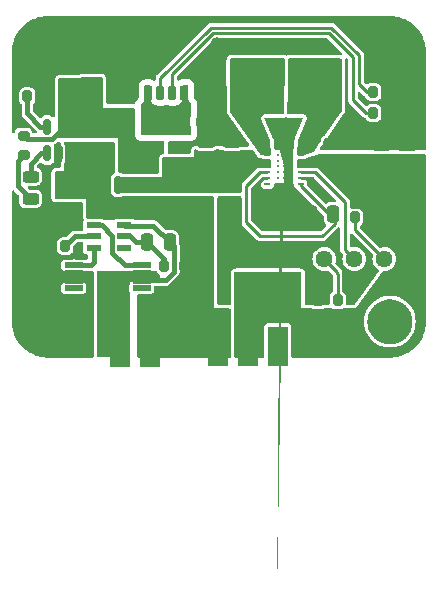
<source format=gtl>
%TF.GenerationSoftware,KiCad,Pcbnew,7.0.9*%
%TF.CreationDate,2023-11-18T02:34:40+02:00*%
%TF.ProjectId,BMS_Buck-Boost,424d535f-4275-4636-9b2d-426f6f73742e,rev?*%
%TF.SameCoordinates,Original*%
%TF.FileFunction,Copper,L1,Top*%
%TF.FilePolarity,Positive*%
%FSLAX46Y46*%
G04 Gerber Fmt 4.6, Leading zero omitted, Abs format (unit mm)*
G04 Created by KiCad (PCBNEW 7.0.9) date 2023-11-18 02:34:40*
%MOMM*%
%LPD*%
G01*
G04 APERTURE LIST*
G04 Aperture macros list*
%AMRoundRect*
0 Rectangle with rounded corners*
0 $1 Rounding radius*
0 $2 $3 $4 $5 $6 $7 $8 $9 X,Y pos of 4 corners*
0 Add a 4 corners polygon primitive as box body*
4,1,4,$2,$3,$4,$5,$6,$7,$8,$9,$2,$3,0*
0 Add four circle primitives for the rounded corners*
1,1,$1+$1,$2,$3*
1,1,$1+$1,$4,$5*
1,1,$1+$1,$6,$7*
1,1,$1+$1,$8,$9*
0 Add four rect primitives between the rounded corners*
20,1,$1+$1,$2,$3,$4,$5,0*
20,1,$1+$1,$4,$5,$6,$7,0*
20,1,$1+$1,$6,$7,$8,$9,0*
20,1,$1+$1,$8,$9,$2,$3,0*%
%AMFreePoly0*
4,1,61,-0.586464,2.203536,-0.585000,2.200000,-0.585000,1.430000,-0.335000,1.430000,-0.335000,2.200000,-0.333536,2.203536,-0.330000,2.205000,-0.130000,2.205000,-0.126464,2.203536,-0.125000,2.200000,-0.125000,1.430000,0.125000,1.430000,0.125000,2.200000,0.126464,2.203536,0.130000,2.205000,0.330000,2.205000,0.333536,2.203536,0.335000,2.200000,0.335000,1.430000,0.585000,1.430000,
0.585000,2.200000,0.586464,2.203536,0.590000,2.205000,0.790000,2.205000,0.793536,2.203536,0.795000,2.200000,0.795000,-2.200000,0.793536,-2.203536,0.790000,-2.205000,0.590000,-2.205000,0.586464,-2.203536,0.585000,-2.200000,0.585000,-1.430000,0.335000,-1.430000,0.335000,-2.200000,0.333536,-2.203536,0.330000,-2.205000,0.130000,-2.205000,0.126464,-2.203536,0.125000,-2.200000,
0.125000,-1.430000,-0.125000,-1.430000,-0.125000,-2.200000,-0.126464,-2.203536,-0.130000,-2.205000,-0.330000,-2.205000,-0.333536,-2.203536,-0.335000,-2.200000,-0.335000,-1.430000,-0.585000,-1.430000,-0.585000,-2.200000,-0.586464,-2.203536,-0.590000,-2.205000,-0.790000,-2.205000,-0.793536,-2.203536,-0.795000,-2.200000,-0.795000,2.200000,-0.793536,2.203536,-0.790000,2.205000,-0.590000,2.205000,
-0.586464,2.203536,-0.586464,2.203536,$1*%
G04 Aperture macros list end*
%TA.AperFunction,SMDPad,CuDef*%
%ADD10RoundRect,0.200000X-0.200000X-0.275000X0.200000X-0.275000X0.200000X0.275000X-0.200000X0.275000X0*%
%TD*%
%TA.AperFunction,SMDPad,CuDef*%
%ADD11RoundRect,0.200000X0.200000X0.275000X-0.200000X0.275000X-0.200000X-0.275000X0.200000X-0.275000X0*%
%TD*%
%TA.AperFunction,SMDPad,CuDef*%
%ADD12RoundRect,0.250000X-0.250000X-0.475000X0.250000X-0.475000X0.250000X0.475000X-0.250000X0.475000X0*%
%TD*%
%TA.AperFunction,SMDPad,CuDef*%
%ADD13RoundRect,0.020000X0.760000X0.180000X-0.760000X0.180000X-0.760000X-0.180000X0.760000X-0.180000X0*%
%TD*%
%TA.AperFunction,SMDPad,CuDef*%
%ADD14RoundRect,0.243750X-0.456250X0.243750X-0.456250X-0.243750X0.456250X-0.243750X0.456250X0.243750X0*%
%TD*%
%TA.AperFunction,SMDPad,CuDef*%
%ADD15RoundRect,0.250000X0.925000X-0.412500X0.925000X0.412500X-0.925000X0.412500X-0.925000X-0.412500X0*%
%TD*%
%TA.AperFunction,SMDPad,CuDef*%
%ADD16RoundRect,0.250000X0.425000X-0.450000X0.425000X0.450000X-0.425000X0.450000X-0.425000X-0.450000X0*%
%TD*%
%TA.AperFunction,SMDPad,CuDef*%
%ADD17RoundRect,0.175000X0.175000X0.425000X-0.175000X0.425000X-0.175000X-0.425000X0.175000X-0.425000X0*%
%TD*%
%TA.AperFunction,SMDPad,CuDef*%
%ADD18RoundRect,0.190000X-0.190000X-0.410000X0.190000X-0.410000X0.190000X0.410000X-0.190000X0.410000X0*%
%TD*%
%TA.AperFunction,SMDPad,CuDef*%
%ADD19RoundRect,0.200000X-0.200000X-0.400000X0.200000X-0.400000X0.200000X0.400000X-0.200000X0.400000X0*%
%TD*%
%TA.AperFunction,SMDPad,CuDef*%
%ADD20RoundRect,0.175000X-0.175000X-0.425000X0.175000X-0.425000X0.175000X0.425000X-0.175000X0.425000X0*%
%TD*%
%TA.AperFunction,SMDPad,CuDef*%
%ADD21RoundRect,0.190000X0.190000X0.410000X-0.190000X0.410000X-0.190000X-0.410000X0.190000X-0.410000X0*%
%TD*%
%TA.AperFunction,SMDPad,CuDef*%
%ADD22RoundRect,0.200000X0.200000X0.400000X-0.200000X0.400000X-0.200000X-0.400000X0.200000X-0.400000X0*%
%TD*%
%TA.AperFunction,ComponentPad*%
%ADD23O,1.100000X1.700000*%
%TD*%
%TA.AperFunction,SMDPad,CuDef*%
%ADD24RoundRect,0.250000X0.475000X-0.250000X0.475000X0.250000X-0.475000X0.250000X-0.475000X-0.250000X0*%
%TD*%
%TA.AperFunction,ComponentPad*%
%ADD25C,1.440000*%
%TD*%
%TA.AperFunction,ComponentPad*%
%ADD26C,3.800000*%
%TD*%
%TA.AperFunction,ComponentPad*%
%ADD27R,1.700000X1.700000*%
%TD*%
%TA.AperFunction,SMDPad,CuDef*%
%ADD28RoundRect,0.150000X0.150000X-0.512500X0.150000X0.512500X-0.150000X0.512500X-0.150000X-0.512500X0*%
%TD*%
%TA.AperFunction,SMDPad,CuDef*%
%ADD29RoundRect,0.125000X-0.125000X-0.125000X0.125000X-0.125000X0.125000X0.125000X-0.125000X0.125000X0*%
%TD*%
%TA.AperFunction,SMDPad,CuDef*%
%ADD30RoundRect,0.250000X-0.425000X0.450000X-0.425000X-0.450000X0.425000X-0.450000X0.425000X0.450000X0*%
%TD*%
%TA.AperFunction,SMDPad,CuDef*%
%ADD31RoundRect,0.200000X-0.275000X0.200000X-0.275000X-0.200000X0.275000X-0.200000X0.275000X0.200000X0*%
%TD*%
%TA.AperFunction,SMDPad,CuDef*%
%ADD32RoundRect,0.150000X-0.150000X0.587500X-0.150000X-0.587500X0.150000X-0.587500X0.150000X0.587500X0*%
%TD*%
%TA.AperFunction,SMDPad,CuDef*%
%ADD33R,2.350000X3.500000*%
%TD*%
%TA.AperFunction,SMDPad,CuDef*%
%ADD34O,0.600000X0.240000*%
%TD*%
%TA.AperFunction,SMDPad,CuDef*%
%ADD35FreePoly0,180.000000*%
%TD*%
%TA.AperFunction,ComponentPad*%
%ADD36C,0.300000*%
%TD*%
%TA.AperFunction,SMDPad,CuDef*%
%ADD37R,1.200000X0.550000*%
%TD*%
%TA.AperFunction,SMDPad,CuDef*%
%ADD38RoundRect,0.150000X-0.150000X-0.200000X0.150000X-0.200000X0.150000X0.200000X-0.150000X0.200000X0*%
%TD*%
%TA.AperFunction,SMDPad,CuDef*%
%ADD39RoundRect,0.250000X0.250000X0.475000X-0.250000X0.475000X-0.250000X-0.475000X0.250000X-0.475000X0*%
%TD*%
%TA.AperFunction,SMDPad,CuDef*%
%ADD40RoundRect,0.125000X0.125000X0.125000X-0.125000X0.125000X-0.125000X-0.125000X0.125000X-0.125000X0*%
%TD*%
%TA.AperFunction,ViaPad*%
%ADD41C,0.800000*%
%TD*%
%TA.AperFunction,Conductor*%
%ADD42C,0.400000*%
%TD*%
%TA.AperFunction,Conductor*%
%ADD43C,0.250000*%
%TD*%
%TA.AperFunction,Conductor*%
%ADD44C,0.800000*%
%TD*%
%ADD45C,0.350000*%
%ADD46O,0.600000X1.200000*%
%ADD47C,0.200000*%
G04 APERTURE END LIST*
D10*
%TO.P,R6,1*%
%TO.N,Net-(J1-CC1)*%
X181978800Y-86944200D03*
%TO.P,R6,2*%
%TO.N,GND*%
X183628800Y-86944200D03*
%TD*%
%TO.P,R5,1*%
%TO.N,Net-(J1-CC2)*%
X181978800Y-85166200D03*
%TO.P,R5,2*%
%TO.N,GND*%
X183628800Y-85166200D03*
%TD*%
D11*
%TO.P,R10,1*%
%TO.N,+VCC_OUT*%
X182079400Y-95800000D03*
%TO.P,R10,2*%
%TO.N,Net-(R10-Pad2)*%
X180429400Y-95800000D03*
%TD*%
D12*
%TO.P,C3,1*%
%TO.N,Net-(U2-VCC)*%
X162850000Y-97900000D03*
%TO.P,C3,2*%
%TO.N,-BATT*%
X164750000Y-97900000D03*
%TD*%
D13*
%TO.P,Q1,1*%
%TO.N,unconnected-(Q1-Pad1)*%
X162366600Y-101787600D03*
%TO.P,Q1,2*%
%TO.N,-BATT*%
X162366600Y-101137600D03*
%TO.P,Q1,3*%
X162366600Y-100487600D03*
%TO.P,Q1,4*%
%TO.N,Net-(U2-OD)*%
X162366600Y-99837600D03*
%TO.P,Q1,5*%
%TO.N,Net-(U2-OC)*%
X156606600Y-99837600D03*
%TO.P,Q1,6*%
%TO.N,GND*%
X156606600Y-100487600D03*
%TO.P,Q1,7*%
X156606600Y-101137600D03*
%TO.P,Q1,8*%
%TO.N,unconnected-(Q1-Pad1)*%
X156606600Y-101787600D03*
%TD*%
D14*
%TO.P,D1,1,K*%
%TO.N,STAT*%
X152958800Y-92331300D03*
%TO.P,D1,2,A*%
%TO.N,Net-(D1-A)*%
X152958800Y-94206300D03*
%TD*%
D15*
%TO.P,C11,1*%
%TO.N,+VCC_OUT*%
X172600000Y-102037500D03*
%TO.P,C11,2*%
%TO.N,GND*%
X172600000Y-98962500D03*
%TD*%
D16*
%TO.P,C1,1*%
%TO.N,VBUS*%
X157734000Y-85195400D03*
%TO.P,C1,2*%
%TO.N,GND*%
X157734000Y-82495400D03*
%TD*%
D17*
%TO.P,J1,A5,CC1*%
%TO.N,Net-(J1-CC1)*%
X164965000Y-85223600D03*
D18*
%TO.P,J1,A9,VBUS*%
%TO.N,Net-(D2-A2)*%
X162945000Y-85223600D03*
D19*
%TO.P,J1,A12,GND*%
%TO.N,GND*%
X161715000Y-85223600D03*
D20*
%TO.P,J1,B5,CC2*%
%TO.N,Net-(J1-CC2)*%
X163965000Y-85223600D03*
D21*
%TO.P,J1,B9,VBUS*%
%TO.N,Net-(D2-A2)*%
X165985000Y-85223600D03*
D22*
%TO.P,J1,B12,GND*%
%TO.N,GND*%
X167215000Y-85223600D03*
D23*
%TO.P,J1,S1,SHIELD*%
X168785000Y-85143600D03*
X168785000Y-81343600D03*
X160145000Y-85143600D03*
X160145000Y-81343600D03*
%TD*%
D10*
%TO.P,R1,1*%
%TO.N,Net-(U1-PROG)*%
X152692600Y-85547200D03*
%TO.P,R1,2*%
%TO.N,GND*%
X154342600Y-85547200D03*
%TD*%
D24*
%TO.P,C10,1*%
%TO.N,+VCC_OUT*%
X184830000Y-91570000D03*
%TO.P,C10,2*%
%TO.N,GND*%
X184830000Y-89670000D03*
%TD*%
D25*
%TO.P,RV1,1,1*%
%TO.N,Net-(R11-Pad1)*%
X177825400Y-99314000D03*
%TO.P,RV1,2,2*%
%TO.N,FB*%
X180365400Y-99314000D03*
%TO.P,RV1,3,3*%
%TO.N,Net-(R10-Pad2)*%
X182905400Y-99314000D03*
%TD*%
D26*
%TO.P,H4,1,1*%
%TO.N,GND*%
X183388000Y-104622600D03*
%TD*%
D24*
%TO.P,C5,1*%
%TO.N,+VCC_IN*%
X170010000Y-91290000D03*
%TO.P,C5,2*%
%TO.N,GND*%
X170010000Y-89390000D03*
%TD*%
D27*
%TO.P,J4,1,Pin_1*%
%TO.N,GND*%
X173888400Y-105900000D03*
X173888400Y-107551000D03*
%TO.P,J4,2,Pin_2*%
%TO.N,+VCC_OUT*%
X171348400Y-105900000D03*
X171348400Y-107551000D03*
%TO.P,J4,3,Pin_3*%
%TO.N,+BATT*%
X168808400Y-105900000D03*
X168808400Y-107551000D03*
%TD*%
D28*
%TO.P,U1,1,STAT*%
%TO.N,STAT*%
X154380000Y-90377500D03*
%TO.P,U1,2,V_{SS}*%
%TO.N,GND*%
X155330000Y-90377500D03*
%TO.P,U1,3,V_{BAT}*%
%TO.N,+BATT*%
X156280000Y-90377500D03*
%TO.P,U1,4,V_{DD}*%
%TO.N,VBUS*%
X156280000Y-88102500D03*
%TO.P,U1,5,PROG*%
%TO.N,Net-(U1-PROG)*%
X154380000Y-88102500D03*
%TD*%
D10*
%TO.P,R7,1*%
%TO.N,VBUS*%
X163405000Y-89830000D03*
%TO.P,R7,2*%
%TO.N,GND*%
X165055000Y-89830000D03*
%TD*%
D29*
%TO.P,D3,1,K*%
%TO.N,VBUS*%
X160730000Y-87740000D03*
%TO.P,D3,2,A*%
%TO.N,Net-(D2-A2)*%
X162930000Y-87740000D03*
%TD*%
D30*
%TO.P,C2,1*%
%TO.N,+BATT*%
X156337000Y-92858600D03*
%TO.P,C2,2*%
%TO.N,GND*%
X156337000Y-95558600D03*
%TD*%
D26*
%TO.P,H1,1,1*%
%TO.N,GND*%
X154432000Y-81788000D03*
%TD*%
D24*
%TO.P,C7,1*%
%TO.N,+VCC_OUT*%
X178520000Y-91490000D03*
%TO.P,C7,2*%
%TO.N,GND*%
X178520000Y-89590000D03*
%TD*%
%TO.P,C8,1*%
%TO.N,+VCC_OUT*%
X180610000Y-91510000D03*
%TO.P,C8,2*%
%TO.N,GND*%
X180610000Y-89610000D03*
%TD*%
D31*
%TO.P,R2,1*%
%TO.N,VBUS*%
X152374600Y-88887800D03*
%TO.P,R2,2*%
%TO.N,Net-(D1-A)*%
X152374600Y-90537800D03*
%TD*%
D24*
%TO.P,C9,1*%
%TO.N,+VCC_OUT*%
X182700000Y-91550000D03*
%TO.P,C9,2*%
%TO.N,GND*%
X182700000Y-89650000D03*
%TD*%
D32*
%TO.P,Q2,1,G*%
%TO.N,VBUS*%
X161325600Y-91137500D03*
%TO.P,Q2,2,S*%
%TO.N,+BATT*%
X159425600Y-91137500D03*
%TO.P,Q2,3,D*%
%TO.N,+VCC_IN*%
X160375600Y-93012500D03*
%TD*%
D11*
%TO.P,R11,1*%
%TO.N,Net-(R11-Pad1)*%
X178955200Y-102819200D03*
%TO.P,R11,2*%
%TO.N,GND*%
X177305200Y-102819200D03*
%TD*%
D33*
%TO.P,L1,1,1*%
%TO.N,Net-(U3-L1_8)*%
X171574600Y-84658200D03*
%TO.P,L1,2,2*%
%TO.N,Net-(U3-L2_6)*%
X177624600Y-84658200D03*
%TD*%
D34*
%TO.P,U3,1,VINA*%
%TO.N,Net-(U3-EN)*%
X175820000Y-92980000D03*
%TO.P,U3,2,GND*%
%TO.N,GND*%
X175820000Y-92480000D03*
%TO.P,U3,3,FB*%
%TO.N,FB*%
X175820000Y-91980000D03*
%TO.P,U3,4,VOUT*%
%TO.N,+VCC_OUT*%
X175820000Y-91480000D03*
%TO.P,U3,5,VOUT*%
X175820000Y-90980000D03*
%TO.P,U3,6,L2_6*%
%TO.N,Net-(U3-L2_6)*%
X175820000Y-90480000D03*
%TO.P,U3,7,L2_7*%
X175820000Y-89980000D03*
%TO.P,U3,8,L1_8*%
%TO.N,Net-(U3-L1_8)*%
X173020000Y-89980000D03*
%TO.P,U3,9,L1_9*%
X173020000Y-90480000D03*
%TO.P,U3,10,VIN*%
%TO.N,+VCC_IN*%
X173020000Y-90980000D03*
%TO.P,U3,11,VIN*%
X173020000Y-91480000D03*
%TO.P,U3,12,EN*%
%TO.N,Net-(U3-EN)*%
X173020000Y-91980000D03*
%TO.P,U3,13,PS/SYNC*%
%TO.N,GND*%
X173020000Y-92480000D03*
%TO.P,U3,14,PG*%
%TO.N,unconnected-(U3-PG-Pad14)*%
X173020000Y-92980000D03*
D35*
%TO.P,U3,15,PGND*%
%TO.N,GND*%
X174420000Y-91480000D03*
D36*
%TO.P,U3,16*%
%TO.N,N/C*%
X174920000Y-92480000D03*
%TO.P,U3,17*%
X174420000Y-92480000D03*
%TO.P,U3,18*%
X173920000Y-92480000D03*
%TO.P,U3,19*%
X174920000Y-91980000D03*
%TO.P,U3,20*%
X174420000Y-91980000D03*
%TO.P,U3,21*%
X173920000Y-91980000D03*
%TO.P,U3,22*%
X174920000Y-91480000D03*
%TO.P,U3,23*%
X174420000Y-91480000D03*
%TO.P,U3,24*%
X173920000Y-91480000D03*
%TO.P,U3,25*%
X174920000Y-90980000D03*
%TO.P,U3,26*%
X174420000Y-90980000D03*
%TO.P,U3,27*%
X173920000Y-90980000D03*
%TO.P,U3,28*%
X174920000Y-90480000D03*
%TO.P,U3,29*%
X174420000Y-90480000D03*
%TO.P,U3,30*%
X173920000Y-90480000D03*
%TD*%
D11*
%TO.P,R3,1*%
%TO.N,+BATT*%
X165925000Y-99900000D03*
%TO.P,R3,2*%
%TO.N,Net-(U2-VCC)*%
X164275000Y-99900000D03*
%TD*%
D27*
%TO.P,J2,1,Pin_1*%
%TO.N,+BATT*%
X163080000Y-105920000D03*
X163080000Y-107571000D03*
%TO.P,J2,2,Pin_2*%
%TO.N,-BATT*%
X160540000Y-105920000D03*
X160540000Y-107571000D03*
%TD*%
D37*
%TO.P,U2,1,OD*%
%TO.N,Net-(U2-OD)*%
X158300000Y-96450000D03*
%TO.P,U2,2,CS*%
%TO.N,Net-(U2-CS)*%
X158300000Y-97400000D03*
%TO.P,U2,3,OC*%
%TO.N,Net-(U2-OC)*%
X158300000Y-98350000D03*
%TO.P,U2,4,TD*%
%TO.N,unconnected-(U2-TD-Pad4)*%
X160900000Y-98350000D03*
%TO.P,U2,5,VCC*%
%TO.N,Net-(U2-VCC)*%
X160900000Y-97400000D03*
%TO.P,U2,6,GND*%
%TO.N,-BATT*%
X160900000Y-96450000D03*
%TD*%
D24*
%TO.P,C4,1*%
%TO.N,+VCC_IN*%
X167800000Y-91280000D03*
%TO.P,C4,2*%
%TO.N,GND*%
X167800000Y-89380000D03*
%TD*%
D26*
%TO.P,H3,1,1*%
%TO.N,GND*%
X154432000Y-104622600D03*
%TD*%
%TO.P,H2,1,1*%
%TO.N,GND*%
X183388000Y-81788000D03*
%TD*%
D38*
%TO.P,D2,1,A1*%
%TO.N,GND*%
X167290000Y-87700000D03*
%TO.P,D2,2,A2*%
%TO.N,Net-(D2-A2)*%
X165890000Y-87700000D03*
%TD*%
D39*
%TO.P,C6,1*%
%TO.N,Net-(U3-EN)*%
X178610000Y-95500000D03*
%TO.P,C6,2*%
%TO.N,GND*%
X176710000Y-95500000D03*
%TD*%
D40*
%TO.P,D4,1,K*%
%TO.N,+VCC_IN*%
X165234800Y-91668600D03*
%TO.P,D4,2,A*%
%TO.N,VBUS*%
X163034800Y-91668600D03*
%TD*%
D10*
%TO.P,R4,1*%
%TO.N,GND*%
X154242000Y-98221800D03*
%TO.P,R4,2*%
%TO.N,Net-(U2-CS)*%
X155892000Y-98221800D03*
%TD*%
D41*
%TO.N,GND*%
X177300000Y-101200000D03*
X154300000Y-95500000D03*
X175000000Y-96500000D03*
X169700000Y-94600000D03*
X180400000Y-101200000D03*
X181600000Y-88300000D03*
X185300000Y-88300000D03*
X168800000Y-88400000D03*
X172700000Y-95900000D03*
X152300000Y-99700000D03*
X154300000Y-86700000D03*
X175330000Y-87850000D03*
X173500000Y-87800000D03*
X153600000Y-101500000D03*
X179600000Y-88200000D03*
X152100000Y-103100000D03*
X157400000Y-105300000D03*
X174440000Y-88620000D03*
X169300000Y-102500000D03*
X166100000Y-89900000D03*
X174900000Y-99100000D03*
X156400000Y-79600000D03*
X152300000Y-97200000D03*
X156900000Y-103300000D03*
X171900000Y-81500000D03*
X169800000Y-99200000D03*
X183700000Y-88400000D03*
X174100000Y-94600000D03*
X176900000Y-81600000D03*
X167900000Y-86500000D03*
X180800000Y-80000000D03*
X169700000Y-97000000D03*
X172050000Y-93540000D03*
X185500000Y-83900000D03*
X158700000Y-80900000D03*
X177500000Y-93600000D03*
%TD*%
D42*
%TO.N,VBUS*%
X155080000Y-88820000D02*
X155797500Y-88102500D01*
X155080000Y-88846974D02*
X155080000Y-88820000D01*
X154761974Y-89165000D02*
X155080000Y-88846974D01*
X155797500Y-88102500D02*
X156280000Y-88102500D01*
X152374600Y-88887800D02*
X152651800Y-89165000D01*
X152651800Y-89165000D02*
X154761974Y-89165000D01*
D43*
%TO.N,GND*%
X172050000Y-93070000D02*
X172050000Y-93540000D01*
X173020000Y-92480000D02*
X172640000Y-92480000D01*
X176129325Y-92480000D02*
X175820000Y-92480000D01*
X172640000Y-92480000D02*
X172050000Y-93070000D01*
D42*
X167800000Y-89380000D02*
X167800000Y-89200000D01*
%TO.N,+BATT*%
X168708800Y-105920000D02*
X168808400Y-106019600D01*
D44*
X168706800Y-105918000D02*
X168808400Y-106019600D01*
D42*
X156337000Y-90434500D02*
X156280000Y-90377500D01*
%TO.N,Net-(U2-VCC)*%
X161900000Y-97900000D02*
X162850000Y-97900000D01*
X161400000Y-97400000D02*
X161900000Y-97900000D01*
X164275000Y-99325000D02*
X162850000Y-97900000D01*
X160900000Y-97400000D02*
X161400000Y-97400000D01*
X164275000Y-99900000D02*
X164275000Y-99325000D01*
%TO.N,-BATT*%
X160950000Y-96500000D02*
X163350000Y-96500000D01*
X165100000Y-98250000D02*
X165100000Y-100404070D01*
X163350000Y-96500000D02*
X164750000Y-97900000D01*
X162404200Y-101100000D02*
X162366600Y-101137600D01*
X165100000Y-100404070D02*
X164404070Y-101100000D01*
X164750000Y-97900000D02*
X165100000Y-98250000D01*
X160900000Y-96450000D02*
X160950000Y-96500000D01*
X164404070Y-101100000D02*
X162404200Y-101100000D01*
D43*
%TO.N,Net-(U3-EN)*%
X172400000Y-97390000D02*
X177650000Y-97390000D01*
X175820000Y-93120000D02*
X175820000Y-92980000D01*
X178700000Y-96340000D02*
X178700000Y-96000000D01*
X171230000Y-96220000D02*
X172400000Y-97390000D01*
X172380000Y-91980000D02*
X171230000Y-93130000D01*
X178700000Y-96000000D02*
X175820000Y-93120000D01*
X177650000Y-97390000D02*
X178700000Y-96340000D01*
X171230000Y-93130000D02*
X171230000Y-96220000D01*
X173020000Y-91980000D02*
X172380000Y-91980000D01*
D42*
%TO.N,+VCC_OUT*%
X171020000Y-105691200D02*
X171348400Y-106019600D01*
%TO.N,STAT*%
X153863970Y-90377500D02*
X154380000Y-90377500D01*
X152958800Y-92331300D02*
X152958800Y-91282670D01*
X152958800Y-91282670D02*
X153863970Y-90377500D01*
%TO.N,Net-(D1-A)*%
X152374600Y-90537800D02*
X151858800Y-91053600D01*
X151858800Y-91053600D02*
X151858800Y-93106300D01*
X151858800Y-93106300D02*
X152958800Y-94206300D01*
D43*
%TO.N,Net-(J1-CC1)*%
X168422563Y-80168600D02*
X178204204Y-80168600D01*
X180260000Y-82224396D02*
X180260000Y-85860000D01*
X180260000Y-85860000D02*
X181344200Y-86944200D01*
X164965000Y-85223600D02*
X164965000Y-83626163D01*
X181344200Y-86944200D02*
X181978800Y-86944200D01*
X164965000Y-83626163D02*
X168422563Y-80168600D01*
X178204204Y-80168600D02*
X180260000Y-82224396D01*
%TO.N,Net-(J1-CC2)*%
X168236167Y-79718600D02*
X178428600Y-79718600D01*
X178428600Y-79718600D02*
X180780000Y-82070000D01*
X180780000Y-84470000D02*
X181476200Y-85166200D01*
X180780000Y-82070000D02*
X180780000Y-84470000D01*
X163965000Y-85223600D02*
X163965000Y-83989767D01*
X163965000Y-83989767D02*
X168236167Y-79718600D01*
X181476200Y-85166200D02*
X181978800Y-85166200D01*
D42*
%TO.N,Net-(U2-OD)*%
X159900000Y-97325000D02*
X159900000Y-98800000D01*
X160937600Y-99837600D02*
X162366600Y-99837600D01*
X158300000Y-96450000D02*
X159025000Y-96450000D01*
X159025000Y-96450000D02*
X159900000Y-97325000D01*
X159900000Y-98800000D02*
X160937600Y-99837600D01*
%TO.N,Net-(U2-OC)*%
X158062400Y-99837600D02*
X156606600Y-99837600D01*
X158300000Y-99600000D02*
X158062400Y-99837600D01*
X156600000Y-99831000D02*
X156606600Y-99837600D01*
X158300000Y-98350000D02*
X158300000Y-99600000D01*
%TO.N,Net-(U1-PROG)*%
X154380000Y-88102500D02*
X153802500Y-88102500D01*
X152692600Y-86992600D02*
X152692600Y-85547200D01*
X153802500Y-88102500D02*
X152692600Y-86992600D01*
%TO.N,Net-(U2-CS)*%
X158300000Y-97400000D02*
X156713800Y-97400000D01*
X156713800Y-97400000D02*
X155892000Y-98221800D01*
D43*
%TO.N,Net-(R10-Pad2)*%
X180429400Y-96838000D02*
X182905400Y-99314000D01*
X180429400Y-95834200D02*
X180429400Y-96838000D01*
%TO.N,Net-(R11-Pad1)*%
X178950000Y-100438600D02*
X178950000Y-100620000D01*
X177825400Y-99314000D02*
X178950000Y-100438600D01*
X178950000Y-100620000D02*
X178955200Y-100625200D01*
X178955200Y-100625200D02*
X178955200Y-102819200D01*
%TO.N,FB*%
X177080000Y-91980000D02*
X179580000Y-94480000D01*
X179580000Y-98528600D02*
X180365400Y-99314000D01*
X175820000Y-91980000D02*
X177080000Y-91980000D01*
X179580000Y-94480000D02*
X179580000Y-98528600D01*
%TD*%
%TA.AperFunction,Conductor*%
%TO.N,GND*%
G36*
X175290000Y-89210000D02*
G01*
X175295692Y-89773564D01*
X175254352Y-89854698D01*
X175234829Y-89977968D01*
X175204900Y-90041103D01*
X175145588Y-90078034D01*
X175077422Y-90077547D01*
X174981900Y-90049500D01*
X174981897Y-90049500D01*
X174858103Y-90049500D01*
X174858100Y-90049500D01*
X174739328Y-90084374D01*
X174739324Y-90084376D01*
X174737032Y-90085849D01*
X174734421Y-90086615D01*
X174731263Y-90088058D01*
X174731055Y-90087603D01*
X174669991Y-90105529D01*
X174608944Y-90087603D01*
X174608737Y-90088058D01*
X174605579Y-90086615D01*
X174602968Y-90085849D01*
X174600675Y-90084376D01*
X174600671Y-90084374D01*
X174481899Y-90049500D01*
X174481897Y-90049500D01*
X174358103Y-90049500D01*
X174358100Y-90049500D01*
X174239328Y-90084374D01*
X174239324Y-90084376D01*
X174237032Y-90085849D01*
X174234421Y-90086615D01*
X174231263Y-90088058D01*
X174231055Y-90087603D01*
X174169991Y-90105529D01*
X174108944Y-90087603D01*
X174108737Y-90088058D01*
X174105579Y-90086615D01*
X174102968Y-90085849D01*
X174100675Y-90084376D01*
X174100671Y-90084374D01*
X173981899Y-90049500D01*
X173981897Y-90049500D01*
X173858103Y-90049500D01*
X173762576Y-90077548D01*
X173692707Y-90077547D01*
X173633929Y-90039772D01*
X173605170Y-89977970D01*
X173585646Y-89854696D01*
X173562299Y-89808876D01*
X173550000Y-89200000D01*
X172760000Y-87360000D01*
X176070000Y-87360000D01*
X175290000Y-89210000D01*
G37*
%TD.AperFunction*%
%TD*%
%TA.AperFunction,Conductor*%
%TO.N,+VCC_OUT*%
G36*
X182068756Y-90408645D02*
G01*
X182098215Y-90420263D01*
X182183463Y-90430500D01*
X183216536Y-90430499D01*
X183301785Y-90420263D01*
X183331243Y-90408645D01*
X183376734Y-90400000D01*
X184102550Y-90400000D01*
X184148040Y-90408646D01*
X184228215Y-90440263D01*
X184313463Y-90450500D01*
X185346536Y-90450499D01*
X185431785Y-90440263D01*
X185511960Y-90408646D01*
X185557450Y-90400000D01*
X186311500Y-90400000D01*
X186378539Y-90419685D01*
X186424294Y-90472489D01*
X186435500Y-90524000D01*
X186435500Y-104620976D01*
X186435415Y-104624222D01*
X186428509Y-104755974D01*
X186417904Y-104944813D01*
X186417238Y-104951040D01*
X186392833Y-105105121D01*
X186364630Y-105271112D01*
X186363393Y-105276776D01*
X186321907Y-105431609D01*
X186276364Y-105589684D01*
X186274669Y-105594740D01*
X186216538Y-105746181D01*
X186154154Y-105896789D01*
X186152115Y-105901212D01*
X186077963Y-106046745D01*
X185999416Y-106188864D01*
X185997149Y-106192642D01*
X185907817Y-106330202D01*
X185813973Y-106462461D01*
X185811591Y-106465602D01*
X185709024Y-106592262D01*
X185707070Y-106594558D01*
X185599986Y-106714385D01*
X185597596Y-106716912D01*
X185482312Y-106832196D01*
X185479785Y-106834586D01*
X185359958Y-106941670D01*
X185357662Y-106943624D01*
X185231002Y-107046191D01*
X185227861Y-107048573D01*
X185095602Y-107142417D01*
X184958042Y-107231749D01*
X184954264Y-107234016D01*
X184812145Y-107312563D01*
X184666612Y-107386715D01*
X184662189Y-107388754D01*
X184511581Y-107451138D01*
X184360140Y-107509269D01*
X184355084Y-107510964D01*
X184197009Y-107556507D01*
X184042176Y-107597993D01*
X184036512Y-107599230D01*
X183870521Y-107627433D01*
X183716440Y-107651838D01*
X183710213Y-107652504D01*
X183521374Y-107663109D01*
X183389622Y-107670015D01*
X183386376Y-107670100D01*
X175142900Y-107670100D01*
X175075861Y-107650415D01*
X175030106Y-107597611D01*
X175018900Y-107546100D01*
X175018900Y-105008121D01*
X175018900Y-105008120D01*
X175016179Y-104984667D01*
X174973820Y-104888733D01*
X174899667Y-104814580D01*
X174803734Y-104772221D01*
X174780281Y-104769500D01*
X174780280Y-104769500D01*
X172996520Y-104769500D01*
X172996518Y-104769500D01*
X172973066Y-104772221D01*
X172973064Y-104772221D01*
X172877132Y-104814580D01*
X172802980Y-104888732D01*
X172760621Y-104984664D01*
X172760621Y-104984666D01*
X172757900Y-105008118D01*
X172757900Y-107546100D01*
X172738215Y-107613139D01*
X172685411Y-107658894D01*
X172633900Y-107670100D01*
X170324000Y-107670100D01*
X170256961Y-107650415D01*
X170211206Y-107597611D01*
X170200000Y-107546100D01*
X170200000Y-104622600D01*
X181202405Y-104622600D01*
X181222761Y-104920205D01*
X181222762Y-104920207D01*
X181283449Y-105212255D01*
X181283454Y-105212271D01*
X181383347Y-105493341D01*
X181520585Y-105758201D01*
X181520589Y-105758207D01*
X181692607Y-106001901D01*
X181692613Y-106001908D01*
X181768288Y-106082935D01*
X181896215Y-106219911D01*
X182127610Y-106408165D01*
X182127612Y-106408166D01*
X182127613Y-106408167D01*
X182382485Y-106563158D01*
X182656084Y-106681999D01*
X182656089Y-106682001D01*
X182943328Y-106762481D01*
X183203138Y-106798191D01*
X183238849Y-106803100D01*
X183238850Y-106803100D01*
X183537151Y-106803100D01*
X183569011Y-106798720D01*
X183832672Y-106762481D01*
X184119911Y-106682001D01*
X184393516Y-106563157D01*
X184648390Y-106408165D01*
X184879785Y-106219911D01*
X185083391Y-106001903D01*
X185255415Y-105758200D01*
X185392652Y-105493343D01*
X185492547Y-105212266D01*
X185492547Y-105212261D01*
X185492550Y-105212255D01*
X185534969Y-105008118D01*
X185553238Y-104920205D01*
X185573595Y-104622600D01*
X185553238Y-104324995D01*
X185535637Y-104240296D01*
X185492550Y-104032944D01*
X185492545Y-104032928D01*
X185392652Y-103751858D01*
X185392652Y-103751857D01*
X185255415Y-103487000D01*
X185255414Y-103486998D01*
X185255410Y-103486992D01*
X185083392Y-103243298D01*
X185083386Y-103243291D01*
X184987807Y-103140952D01*
X184879785Y-103025289D01*
X184648390Y-102837035D01*
X184648388Y-102837034D01*
X184648386Y-102837032D01*
X184393514Y-102682041D01*
X184119915Y-102563200D01*
X183832678Y-102482720D01*
X183832673Y-102482719D01*
X183832672Y-102482719D01*
X183684911Y-102462409D01*
X183537151Y-102442100D01*
X183537150Y-102442100D01*
X183238850Y-102442100D01*
X183238849Y-102442100D01*
X182943328Y-102482719D01*
X182943321Y-102482720D01*
X182656084Y-102563200D01*
X182382485Y-102682041D01*
X182127613Y-102837032D01*
X181896218Y-103025286D01*
X181692613Y-103243291D01*
X181692607Y-103243298D01*
X181520589Y-103486992D01*
X181520585Y-103486998D01*
X181383347Y-103751858D01*
X181283454Y-104032928D01*
X181283449Y-104032944D01*
X181222762Y-104324992D01*
X181222761Y-104324994D01*
X181202405Y-104622600D01*
X170200000Y-104622600D01*
X170200000Y-100524000D01*
X170219685Y-100456961D01*
X170272489Y-100411206D01*
X170324000Y-100400000D01*
X175776000Y-100400000D01*
X175843039Y-100419685D01*
X175888794Y-100472489D01*
X175900000Y-100524000D01*
X175900000Y-103500000D01*
X176804217Y-103500000D01*
X176863935Y-103517535D01*
X176864769Y-103516010D01*
X176872545Y-103520255D01*
X176872553Y-103520261D01*
X177002012Y-103568547D01*
X177059243Y-103574700D01*
X177551156Y-103574699D01*
X177608388Y-103568547D01*
X177737847Y-103520261D01*
X177737856Y-103520253D01*
X177745631Y-103516010D01*
X177747260Y-103518994D01*
X177797331Y-103500316D01*
X177806183Y-103500000D01*
X178454217Y-103500000D01*
X178513935Y-103517535D01*
X178514769Y-103516010D01*
X178522545Y-103520255D01*
X178522553Y-103520261D01*
X178652012Y-103568547D01*
X178709243Y-103574700D01*
X179201156Y-103574699D01*
X179258388Y-103568547D01*
X179387847Y-103520261D01*
X179387856Y-103520253D01*
X179395631Y-103516010D01*
X179397260Y-103518994D01*
X179447331Y-103500316D01*
X179456183Y-103500000D01*
X180499999Y-103500000D01*
X180500000Y-103500000D01*
X182777604Y-100368293D01*
X182832950Y-100325657D01*
X182890040Y-100317828D01*
X182900277Y-100318836D01*
X182905398Y-100319341D01*
X182905399Y-100319341D01*
X182905399Y-100319340D01*
X182905400Y-100319341D01*
X183101532Y-100300024D01*
X183290127Y-100242814D01*
X183463938Y-100149910D01*
X183616283Y-100024883D01*
X183741310Y-99872538D01*
X183834214Y-99698727D01*
X183891424Y-99510132D01*
X183910741Y-99314000D01*
X183891424Y-99117868D01*
X183834214Y-98929273D01*
X183834211Y-98929269D01*
X183834211Y-98929266D01*
X183741313Y-98755467D01*
X183741309Y-98755460D01*
X183616283Y-98603116D01*
X183463939Y-98478090D01*
X183463932Y-98478086D01*
X183290133Y-98385188D01*
X183290127Y-98385186D01*
X183101532Y-98327976D01*
X183101529Y-98327975D01*
X182905400Y-98308659D01*
X182709267Y-98327976D01*
X182614332Y-98356773D01*
X182544465Y-98357396D01*
X182490657Y-98325793D01*
X180871219Y-96706355D01*
X180837734Y-96645032D01*
X180834900Y-96618674D01*
X180834900Y-96583453D01*
X180854585Y-96516414D01*
X180884591Y-96484185D01*
X180972659Y-96418259D01*
X181004549Y-96375658D01*
X181055461Y-96307647D01*
X181103747Y-96178188D01*
X181106157Y-96155775D01*
X181109899Y-96120973D01*
X181109899Y-96120966D01*
X181109900Y-96120957D01*
X181109899Y-95479044D01*
X181103747Y-95421812D01*
X181055461Y-95292353D01*
X181000925Y-95219500D01*
X180972659Y-95181740D01*
X180899058Y-95126644D01*
X180862047Y-95098939D01*
X180732588Y-95050653D01*
X180732584Y-95050652D01*
X180675364Y-95044500D01*
X180183446Y-95044500D01*
X180183432Y-95044501D01*
X180169640Y-95045984D01*
X180100881Y-95033575D01*
X180049745Y-94985963D01*
X180034997Y-94947987D01*
X179988106Y-94722908D01*
X179985500Y-94697618D01*
X179985500Y-94415778D01*
X179985500Y-94415775D01*
X179978530Y-94394324D01*
X179973989Y-94375413D01*
X179970461Y-94353132D01*
X179960219Y-94333032D01*
X179952776Y-94315061D01*
X179945807Y-94293613D01*
X179945807Y-94293612D01*
X179932551Y-94275367D01*
X179922384Y-94258775D01*
X179912148Y-94238685D01*
X179912143Y-94238679D01*
X177321317Y-91647853D01*
X177301226Y-91637617D01*
X177284633Y-91627449D01*
X177266387Y-91614192D01*
X177244933Y-91607221D01*
X177226963Y-91599778D01*
X177206868Y-91589539D01*
X177206867Y-91589538D01*
X177206864Y-91589537D01*
X177184592Y-91586010D01*
X177165675Y-91581469D01*
X177144225Y-91574500D01*
X177111916Y-91574500D01*
X175788084Y-91574500D01*
X175788082Y-91574500D01*
X175776625Y-91576314D01*
X175766154Y-91577973D01*
X175746757Y-91579500D01*
X175624359Y-91579500D01*
X175557320Y-91559815D01*
X175511565Y-91507011D01*
X175500359Y-91455500D01*
X175500359Y-91004500D01*
X175520044Y-90937461D01*
X175572848Y-90891706D01*
X175624359Y-90880500D01*
X176031524Y-90880500D01*
X176125301Y-90865647D01*
X176125302Y-90865646D01*
X176125304Y-90865646D01*
X176238342Y-90808050D01*
X176245230Y-90801162D01*
X176296443Y-90770325D01*
X177482180Y-90405482D01*
X177518647Y-90400000D01*
X182023266Y-90400000D01*
X182068756Y-90408645D01*
G37*
%TD.AperFunction*%
%TD*%
%TA.AperFunction,Conductor*%
%TO.N,Net-(D2-A2)*%
G36*
X166262932Y-84583497D02*
G01*
X166309299Y-84635765D01*
X166320604Y-84699808D01*
X166314500Y-84766985D01*
X166314500Y-85680213D01*
X166320913Y-85750792D01*
X166320913Y-85750794D01*
X166320914Y-85750796D01*
X166371522Y-85913206D01*
X166459528Y-86058785D01*
X166553682Y-86152939D01*
X166587166Y-86214260D01*
X166590000Y-86240619D01*
X166590000Y-87118184D01*
X166572733Y-87181304D01*
X166538254Y-87239605D01*
X166538254Y-87239606D01*
X166492402Y-87397426D01*
X166492401Y-87397432D01*
X166489500Y-87434304D01*
X166489500Y-87965696D01*
X166492401Y-88002567D01*
X166492402Y-88002573D01*
X166538254Y-88160393D01*
X166538255Y-88160396D01*
X166538256Y-88160398D01*
X166572732Y-88218694D01*
X166590000Y-88281814D01*
X166590000Y-88706000D01*
X166570315Y-88773039D01*
X166517511Y-88818794D01*
X166466000Y-88830000D01*
X162424000Y-88830000D01*
X162356961Y-88810315D01*
X162311206Y-88757511D01*
X162300000Y-88706000D01*
X162300000Y-86278765D01*
X162319685Y-86211726D01*
X162347532Y-86181150D01*
X162350178Y-86179075D01*
X162350185Y-86179072D01*
X162470472Y-86058785D01*
X162558478Y-85913206D01*
X162609086Y-85750796D01*
X162615500Y-85680216D01*
X162615500Y-84766984D01*
X162613060Y-84740140D01*
X162626596Y-84671598D01*
X162675041Y-84621251D01*
X162735102Y-84604928D01*
X162990188Y-84601955D01*
X163057449Y-84620857D01*
X163103816Y-84673124D01*
X163115121Y-84737161D01*
X163114500Y-84744006D01*
X163114500Y-85703194D01*
X163120685Y-85771257D01*
X163120686Y-85771262D01*
X163120687Y-85771264D01*
X163169485Y-85927863D01*
X163169488Y-85927872D01*
X163254348Y-86068248D01*
X163254351Y-86068252D01*
X163370347Y-86184248D01*
X163370351Y-86184251D01*
X163510727Y-86269111D01*
X163510730Y-86269112D01*
X163667343Y-86317915D01*
X163735406Y-86324100D01*
X163735409Y-86324100D01*
X164194591Y-86324100D01*
X164194594Y-86324100D01*
X164262657Y-86317915D01*
X164346088Y-86291916D01*
X164426432Y-86266881D01*
X164427286Y-86269621D01*
X164483273Y-86261864D01*
X164503299Y-86267743D01*
X164503568Y-86266881D01*
X164603236Y-86297938D01*
X164667343Y-86317915D01*
X164735406Y-86324100D01*
X164735409Y-86324100D01*
X165194591Y-86324100D01*
X165194594Y-86324100D01*
X165262657Y-86317915D01*
X165419270Y-86269112D01*
X165466404Y-86240619D01*
X165559648Y-86184251D01*
X165559647Y-86184251D01*
X165559653Y-86184248D01*
X165675648Y-86068253D01*
X165760512Y-85927870D01*
X165809315Y-85771257D01*
X165815500Y-85703194D01*
X165815500Y-84744006D01*
X165811760Y-84702858D01*
X165825296Y-84634317D01*
X165873741Y-84583970D01*
X165933802Y-84567647D01*
X166195671Y-84564595D01*
X166262932Y-84583497D01*
G37*
%TD.AperFunction*%
%TD*%
%TA.AperFunction,Conductor*%
%TO.N,+BATT*%
G36*
X160057539Y-89405185D02*
G01*
X160103294Y-89457989D01*
X160114500Y-89509500D01*
X160114500Y-91870500D01*
X160117672Y-91900000D01*
X160118209Y-91904998D01*
X160105802Y-91973758D01*
X160058191Y-92024894D01*
X160035878Y-92035291D01*
X160022171Y-92040087D01*
X160022170Y-92040088D01*
X159917752Y-92117152D01*
X159840688Y-92221570D01*
X159797826Y-92344058D01*
X159797826Y-92344060D01*
X159795100Y-92373136D01*
X159795100Y-93651852D01*
X159795101Y-93651858D01*
X159797827Y-93680939D01*
X159797827Y-93680941D01*
X159797828Y-93680944D01*
X159812711Y-93723476D01*
X159840689Y-93803431D01*
X159917752Y-93907848D01*
X160022169Y-93984911D01*
X160062999Y-93999198D01*
X160144659Y-94027773D01*
X160152247Y-94028484D01*
X160173741Y-94030500D01*
X160577458Y-94030499D01*
X160606539Y-94027773D01*
X160666022Y-94006959D01*
X160706977Y-94000000D01*
X168376000Y-94000000D01*
X168443039Y-94019685D01*
X168488794Y-94072489D01*
X168500000Y-94124000D01*
X168500000Y-103500000D01*
X169790500Y-103500000D01*
X169857539Y-103519685D01*
X169903294Y-103572489D01*
X169914500Y-103624000D01*
X169914500Y-107546100D01*
X169894815Y-107613139D01*
X169842011Y-107658894D01*
X169790500Y-107670100D01*
X162124000Y-107670100D01*
X162056961Y-107650415D01*
X162011206Y-107597611D01*
X162000000Y-107546100D01*
X162000000Y-102392099D01*
X162019685Y-102325060D01*
X162072489Y-102279305D01*
X162124000Y-102268099D01*
X163171456Y-102268099D01*
X163171464Y-102268099D01*
X163171479Y-102268097D01*
X163171482Y-102268097D01*
X163196587Y-102265186D01*
X163196588Y-102265185D01*
X163196591Y-102265185D01*
X163299365Y-102219806D01*
X163378806Y-102140365D01*
X163384733Y-102126940D01*
X163404905Y-102097231D01*
X163410876Y-102067732D01*
X163424184Y-102037593D01*
X163424183Y-102037593D01*
X163424185Y-102037591D01*
X163427100Y-102012465D01*
X163427099Y-101709499D01*
X163446783Y-101642461D01*
X163499587Y-101596706D01*
X163551099Y-101585500D01*
X163775990Y-101585500D01*
X163776000Y-101585500D01*
X163819195Y-101580856D01*
X163825827Y-101580500D01*
X164339082Y-101580500D01*
X164365439Y-101583334D01*
X164367563Y-101583796D01*
X164369439Y-101584204D01*
X164419020Y-101580657D01*
X164423442Y-101580500D01*
X164438435Y-101580500D01*
X164453292Y-101578363D01*
X164457670Y-101577893D01*
X164507258Y-101574347D01*
X164511092Y-101572917D01*
X164536782Y-101566360D01*
X164539439Y-101565977D01*
X164540835Y-101565777D01*
X164586060Y-101545121D01*
X164590118Y-101543441D01*
X164636717Y-101526062D01*
X164639994Y-101523608D01*
X164662799Y-101510077D01*
X164666519Y-101508379D01*
X164704098Y-101475815D01*
X164707517Y-101473060D01*
X164719535Y-101464065D01*
X164730156Y-101453442D01*
X164733362Y-101450457D01*
X164770942Y-101417896D01*
X164773152Y-101414456D01*
X164789787Y-101393811D01*
X165393811Y-100789787D01*
X165414458Y-100773151D01*
X165417896Y-100770942D01*
X165450457Y-100733362D01*
X165453457Y-100730142D01*
X165464065Y-100719535D01*
X165473049Y-100707532D01*
X165475817Y-100704095D01*
X165508379Y-100666519D01*
X165510079Y-100662796D01*
X165523608Y-100639993D01*
X165526062Y-100636716D01*
X165543436Y-100590130D01*
X165545124Y-100586057D01*
X165565777Y-100540835D01*
X165566359Y-100536785D01*
X165572919Y-100511086D01*
X165574347Y-100507258D01*
X165577894Y-100457659D01*
X165578366Y-100453274D01*
X165580500Y-100438435D01*
X165580500Y-100423441D01*
X165580658Y-100419016D01*
X165584204Y-100369436D01*
X165583333Y-100365430D01*
X165580500Y-100339076D01*
X165580500Y-98314987D01*
X165583333Y-98288632D01*
X165584204Y-98284631D01*
X165580658Y-98235051D01*
X165580500Y-98230627D01*
X165580500Y-98215636D01*
X165580500Y-98215635D01*
X165578361Y-98200765D01*
X165577893Y-98196407D01*
X165574347Y-98146812D01*
X165572916Y-98142977D01*
X165566359Y-98117285D01*
X165565777Y-98113235D01*
X165545120Y-98068003D01*
X165543440Y-98063949D01*
X165538314Y-98050206D01*
X165530499Y-98006879D01*
X165530499Y-97383469D01*
X165530499Y-97383464D01*
X165520263Y-97298215D01*
X165466764Y-97162552D01*
X165466763Y-97162551D01*
X165466763Y-97162550D01*
X165378647Y-97046352D01*
X165262449Y-96958236D01*
X165154828Y-96915796D01*
X165126785Y-96904737D01*
X165126784Y-96904736D01*
X165126782Y-96904736D01*
X165082805Y-96899455D01*
X165041537Y-96894500D01*
X165041532Y-96894500D01*
X164475392Y-96894500D01*
X164408353Y-96874815D01*
X164387711Y-96858181D01*
X163735720Y-96206190D01*
X163719085Y-96185547D01*
X163716873Y-96182106D01*
X163716872Y-96182104D01*
X163679302Y-96149549D01*
X163676074Y-96146544D01*
X163665465Y-96135935D01*
X163665463Y-96135934D01*
X163665459Y-96135930D01*
X163653456Y-96126944D01*
X163650012Y-96124168D01*
X163612452Y-96091623D01*
X163612443Y-96091617D01*
X163608718Y-96089916D01*
X163585928Y-96076394D01*
X163582648Y-96073939D01*
X163582649Y-96073939D01*
X163582647Y-96073938D01*
X163556415Y-96064154D01*
X163536066Y-96056564D01*
X163531975Y-96054870D01*
X163486769Y-96034224D01*
X163486761Y-96034222D01*
X163482699Y-96033638D01*
X163457032Y-96027086D01*
X163453188Y-96025653D01*
X163403607Y-96022105D01*
X163399215Y-96021633D01*
X163384373Y-96019501D01*
X163384370Y-96019500D01*
X163384365Y-96019500D01*
X163384359Y-96019500D01*
X163369367Y-96019500D01*
X163364937Y-96019341D01*
X163361644Y-96019105D01*
X163310448Y-96000000D01*
X163300000Y-96000000D01*
X161773049Y-96000000D01*
X161706010Y-95980315D01*
X161685368Y-95963681D01*
X161661267Y-95939580D01*
X161565334Y-95897221D01*
X161541881Y-95894500D01*
X161541880Y-95894500D01*
X160258120Y-95894500D01*
X160258118Y-95894500D01*
X160234666Y-95897221D01*
X160234664Y-95897221D01*
X160138732Y-95939580D01*
X160114632Y-95963681D01*
X160053309Y-95997166D01*
X160026951Y-96000000D01*
X159223286Y-96000000D01*
X159171772Y-95988793D01*
X159161765Y-95984222D01*
X159161759Y-95984221D01*
X159157699Y-95983637D01*
X159132031Y-95977086D01*
X159128192Y-95975654D01*
X159128188Y-95975653D01*
X159128187Y-95975652D01*
X159124342Y-95974817D01*
X159120886Y-95972930D01*
X159119883Y-95972556D01*
X159119936Y-95972411D01*
X159071007Y-95945693D01*
X159070747Y-95946074D01*
X159066989Y-95943499D01*
X159063019Y-95941332D01*
X159061267Y-95939580D01*
X158965334Y-95897221D01*
X158941881Y-95894500D01*
X158941880Y-95894500D01*
X157824000Y-95894500D01*
X157756961Y-95874815D01*
X157711206Y-95822011D01*
X157700000Y-95770500D01*
X157700000Y-94200000D01*
X155124000Y-94200000D01*
X155056961Y-94180315D01*
X155011206Y-94127511D01*
X155000000Y-94076000D01*
X155000000Y-92024000D01*
X155019685Y-91956961D01*
X155072489Y-91911206D01*
X155124000Y-91900000D01*
X155800000Y-91900000D01*
X155800000Y-91222185D01*
X155819685Y-91155146D01*
X155824219Y-91148565D01*
X155864911Y-91093431D01*
X155886342Y-91032185D01*
X155907773Y-90970941D01*
X155907773Y-90970939D01*
X155910500Y-90941859D01*
X155910499Y-89813142D01*
X155907773Y-89784061D01*
X155864911Y-89661569D01*
X155842186Y-89630777D01*
X155824230Y-89606447D01*
X155800259Y-89540818D01*
X155800000Y-89532814D01*
X155800000Y-89509500D01*
X155819685Y-89442461D01*
X155872489Y-89396706D01*
X155924000Y-89385500D01*
X159990500Y-89385500D01*
X160057539Y-89405185D01*
G37*
%TD.AperFunction*%
%TD*%
%TA.AperFunction,Conductor*%
%TO.N,VBUS*%
G36*
X159040272Y-83921263D02*
G01*
X159087400Y-83972845D01*
X159100000Y-84027306D01*
X159100000Y-86500000D01*
X161670500Y-86500000D01*
X161737539Y-86519685D01*
X161783294Y-86572489D01*
X161794500Y-86624000D01*
X161794500Y-88706000D01*
X161794501Y-88706009D01*
X161806052Y-88813450D01*
X161806054Y-88813462D01*
X161817260Y-88864972D01*
X161851383Y-88967497D01*
X161851386Y-88967503D01*
X161929171Y-89088537D01*
X161929179Y-89088548D01*
X161974923Y-89141340D01*
X161974926Y-89141343D01*
X161974930Y-89141347D01*
X162083664Y-89235567D01*
X162214541Y-89295338D01*
X162259357Y-89308497D01*
X162281575Y-89315022D01*
X162281580Y-89315023D01*
X162281584Y-89315024D01*
X162424000Y-89335500D01*
X164176000Y-89335500D01*
X164243039Y-89355185D01*
X164288794Y-89407989D01*
X164300000Y-89459500D01*
X164300000Y-90294946D01*
X164280315Y-90361985D01*
X164227511Y-90407740D01*
X164189258Y-90418235D01*
X164163310Y-90421025D01*
X164163303Y-90421026D01*
X164135193Y-90427141D01*
X164111799Y-90432231D01*
X164087996Y-90439057D01*
X164076094Y-90442471D01*
X163985529Y-90495438D01*
X163985525Y-90495440D01*
X163932724Y-90541192D01*
X163893305Y-90583000D01*
X163845748Y-90676528D01*
X163826066Y-90743557D01*
X163826063Y-90743569D01*
X163814500Y-90823999D01*
X163814500Y-91990500D01*
X163794815Y-92057539D01*
X163742011Y-92103294D01*
X163690500Y-92114500D01*
X160870658Y-92114500D01*
X160803619Y-92094815D01*
X160797025Y-92090270D01*
X160729031Y-92040089D01*
X160606540Y-91997226D01*
X160577463Y-91994500D01*
X160524000Y-91994500D01*
X160456961Y-91974815D01*
X160411206Y-91922011D01*
X160400000Y-91870500D01*
X160400000Y-89100000D01*
X155424000Y-89100000D01*
X155356961Y-89080315D01*
X155311206Y-89027511D01*
X155300000Y-88976000D01*
X155300000Y-84120779D01*
X155319685Y-84053740D01*
X155372489Y-84007985D01*
X155420734Y-83996822D01*
X158972738Y-83903349D01*
X159040272Y-83921263D01*
G37*
%TD.AperFunction*%
%TD*%
%TA.AperFunction,Conductor*%
%TO.N,Net-(U3-L1_8)*%
G36*
X174415503Y-82312479D02*
G01*
X174461685Y-82364910D01*
X174473306Y-82418568D01*
X174428265Y-86949827D01*
X174427028Y-86949814D01*
X174411588Y-87012769D01*
X174360900Y-87060858D01*
X174304357Y-87074500D01*
X172760000Y-87074500D01*
X172723457Y-87076848D01*
X172623638Y-87109170D01*
X172542236Y-87175365D01*
X172542235Y-87175366D01*
X172490244Y-87266497D01*
X172490243Y-87266501D01*
X172474683Y-87370260D01*
X172474684Y-87370261D01*
X172497656Y-87472632D01*
X172497658Y-87472637D01*
X173256137Y-89239222D01*
X173266170Y-89285638D01*
X173276857Y-89814643D01*
X173278272Y-89837844D01*
X173309537Y-89943989D01*
X173308899Y-89944176D01*
X173313300Y-89960225D01*
X173323183Y-90022623D01*
X173323186Y-90022635D01*
X173334237Y-90058832D01*
X173339641Y-90095039D01*
X173339641Y-90376000D01*
X173319956Y-90443039D01*
X173267152Y-90488794D01*
X173215641Y-90500000D01*
X172465138Y-90500000D01*
X172398099Y-90480315D01*
X172363037Y-90446367D01*
X170313574Y-87472637D01*
X169871725Y-86831523D01*
X169849891Y-86765154D01*
X169849828Y-86761763D01*
X169830552Y-82453545D01*
X169849937Y-82386421D01*
X169902535Y-82340430D01*
X169953542Y-82328997D01*
X174348310Y-82293340D01*
X174415503Y-82312479D01*
G37*
%TD.AperFunction*%
%TD*%
%TA.AperFunction,Conductor*%
%TO.N,+VCC_IN*%
G36*
X166998924Y-90048513D02*
G01*
X167062552Y-90096764D01*
X167198215Y-90150263D01*
X167283463Y-90160500D01*
X168316536Y-90160499D01*
X168401785Y-90150263D01*
X168537448Y-90096764D01*
X168584637Y-90060978D01*
X168649943Y-90036156D01*
X168661931Y-90035806D01*
X169152067Y-90045232D01*
X169218713Y-90066201D01*
X169224601Y-90070402D01*
X169234427Y-90077853D01*
X169272550Y-90106763D01*
X169272551Y-90106763D01*
X169272552Y-90106764D01*
X169408215Y-90160263D01*
X169493463Y-90170500D01*
X170526536Y-90170499D01*
X170611785Y-90160263D01*
X170747448Y-90106764D01*
X170752835Y-90102678D01*
X170818145Y-90077853D01*
X170830130Y-90077502D01*
X171710990Y-90094442D01*
X171777636Y-90115411D01*
X171810704Y-90148051D01*
X171852150Y-90208188D01*
X172097353Y-90563973D01*
X172127958Y-90608379D01*
X172127966Y-90608390D01*
X172164438Y-90651473D01*
X172164443Y-90651478D01*
X172199497Y-90685419D01*
X172199504Y-90685425D01*
X172199505Y-90685426D01*
X172224137Y-90706694D01*
X172317662Y-90754250D01*
X172317664Y-90754251D01*
X172360166Y-90766730D01*
X172384701Y-90773935D01*
X172384705Y-90773935D01*
X172384707Y-90773936D01*
X172395824Y-90775534D01*
X172465138Y-90785500D01*
X172530331Y-90785500D01*
X172592842Y-90803855D01*
X172592963Y-90803619D01*
X172594222Y-90804260D01*
X172597370Y-90805185D01*
X172601272Y-90807852D01*
X172601655Y-90808047D01*
X172601658Y-90808050D01*
X172714696Y-90865646D01*
X172714698Y-90865647D01*
X172808476Y-90880500D01*
X173215641Y-90880500D01*
X173282680Y-90900185D01*
X173328435Y-90952989D01*
X173339641Y-91004500D01*
X173339641Y-91455500D01*
X173319956Y-91522539D01*
X173267152Y-91568294D01*
X173215641Y-91579500D01*
X173093243Y-91579500D01*
X173073845Y-91577973D01*
X173063374Y-91576314D01*
X173051918Y-91574500D01*
X173051916Y-91574500D01*
X172454227Y-91574500D01*
X172454215Y-91574499D01*
X172444225Y-91574499D01*
X172315775Y-91574499D01*
X172315772Y-91574499D01*
X172294318Y-91581470D01*
X172275410Y-91586009D01*
X172253132Y-91589538D01*
X172253129Y-91589539D01*
X172233028Y-91599780D01*
X172215069Y-91607219D01*
X172193612Y-91614192D01*
X172193610Y-91614193D01*
X172175363Y-91627450D01*
X172158782Y-91637611D01*
X172138683Y-91647852D01*
X172138681Y-91647854D01*
X172047853Y-91738683D01*
X170971241Y-92815294D01*
X170897854Y-92888680D01*
X170887614Y-92908778D01*
X170877450Y-92925363D01*
X170864193Y-92943609D01*
X170864191Y-92943614D01*
X170857222Y-92965061D01*
X170849781Y-92983026D01*
X170839540Y-93003127D01*
X170839538Y-93003134D01*
X170836010Y-93025407D01*
X170831470Y-93044318D01*
X170824501Y-93065769D01*
X170824500Y-93065777D01*
X170824500Y-93576000D01*
X170804815Y-93643039D01*
X170752011Y-93688794D01*
X170700500Y-93700000D01*
X160224000Y-93700000D01*
X160156961Y-93680315D01*
X160111206Y-93627511D01*
X160100000Y-93576000D01*
X160100000Y-92524000D01*
X160119685Y-92456961D01*
X160172489Y-92411206D01*
X160224000Y-92400000D01*
X164100000Y-92400000D01*
X164100000Y-90824000D01*
X164119685Y-90756961D01*
X164172489Y-90711206D01*
X164224000Y-90700000D01*
X166800000Y-90700000D01*
X166800000Y-90147318D01*
X166819685Y-90080279D01*
X166872489Y-90034524D01*
X166941647Y-90024580D01*
X166998924Y-90048513D01*
G37*
%TD.AperFunction*%
%TD*%
%TA.AperFunction,Conductor*%
%TO.N,-BATT*%
G36*
X160791938Y-100302937D02*
G01*
X160792057Y-100302114D01*
X160800832Y-100303375D01*
X160800835Y-100303377D01*
X160804894Y-100303960D01*
X160830572Y-100310515D01*
X160831452Y-100310843D01*
X160834412Y-100311947D01*
X160884004Y-100315493D01*
X160888371Y-100315962D01*
X160903235Y-100318100D01*
X160918228Y-100318100D01*
X160922649Y-100318257D01*
X160972231Y-100321804D01*
X160975040Y-100321192D01*
X160976231Y-100320934D01*
X161002588Y-100318100D01*
X162410955Y-100318100D01*
X162410967Y-100318099D01*
X163171456Y-100318099D01*
X163171464Y-100318099D01*
X163171479Y-100318097D01*
X163171482Y-100318097D01*
X163196587Y-100315186D01*
X163196588Y-100315185D01*
X163196591Y-100315185D01*
X163207057Y-100310564D01*
X163257140Y-100300000D01*
X163522694Y-100300000D01*
X163589733Y-100319685D01*
X163635488Y-100372489D01*
X163638876Y-100380668D01*
X163648936Y-100407643D01*
X163648938Y-100407646D01*
X163731740Y-100518259D01*
X163849452Y-100606375D01*
X163847342Y-100609193D01*
X163884834Y-100646688D01*
X163900000Y-100706111D01*
X163900000Y-101176000D01*
X163880315Y-101243039D01*
X163827511Y-101288794D01*
X163776000Y-101300000D01*
X161400000Y-101300000D01*
X161400000Y-101337867D01*
X161380315Y-101404906D01*
X161363681Y-101425548D01*
X161354394Y-101434834D01*
X161309015Y-101537606D01*
X161309015Y-101537608D01*
X161306100Y-101562731D01*
X161306100Y-102012456D01*
X161306102Y-102012482D01*
X161309013Y-102037587D01*
X161309015Y-102037591D01*
X161354393Y-102140364D01*
X161363681Y-102149652D01*
X161397166Y-102210975D01*
X161400000Y-102237333D01*
X161400000Y-107476000D01*
X161380315Y-107543039D01*
X161327511Y-107588794D01*
X161276000Y-107600000D01*
X158724000Y-107600000D01*
X158656961Y-107580315D01*
X158611206Y-107527511D01*
X158600000Y-107476000D01*
X158600000Y-100424000D01*
X158619685Y-100356961D01*
X158672489Y-100311206D01*
X158724000Y-100300000D01*
X160771506Y-100300000D01*
X160791938Y-100302937D01*
G37*
%TD.AperFunction*%
%TD*%
%TA.AperFunction,Conductor*%
%TO.N,Net-(U3-L2_6)*%
G36*
X179186265Y-82329184D02*
G01*
X179253173Y-82349310D01*
X179298579Y-82402414D01*
X179309446Y-82453736D01*
X179290169Y-86762054D01*
X179270184Y-86829005D01*
X179268622Y-86831353D01*
X177932437Y-88791090D01*
X177878407Y-88835391D01*
X177875476Y-88836590D01*
X177782552Y-88873235D01*
X177666352Y-88961352D01*
X177578236Y-89077550D01*
X177524736Y-89213217D01*
X177521204Y-89242637D01*
X177514500Y-89298463D01*
X177514500Y-89298464D01*
X177514500Y-89298468D01*
X177514500Y-89365815D01*
X177494815Y-89432854D01*
X177492952Y-89435669D01*
X176941232Y-90244858D01*
X176887202Y-90289159D01*
X176875247Y-90293521D01*
X176212477Y-90497451D01*
X176212476Y-90497452D01*
X176149157Y-90525747D01*
X176148809Y-90525929D01*
X176148679Y-90525960D01*
X176145725Y-90527281D01*
X176145485Y-90526744D01*
X176091437Y-90540000D01*
X175624359Y-90540000D01*
X175557320Y-90520315D01*
X175511565Y-90467511D01*
X175500359Y-90416000D01*
X175500359Y-90094578D01*
X175505892Y-90057950D01*
X175516814Y-90022628D01*
X175526191Y-89963418D01*
X175538182Y-89926517D01*
X175550066Y-89903195D01*
X175550066Y-89903196D01*
X175550070Y-89903186D01*
X175550074Y-89903179D01*
X175562941Y-89874005D01*
X175581177Y-89770681D01*
X175576342Y-89292060D01*
X175586077Y-89242637D01*
X175655681Y-89077552D01*
X176094843Y-88035950D01*
X176333072Y-87470920D01*
X176333072Y-87470921D01*
X176337514Y-87458286D01*
X176344601Y-87438131D01*
X176354282Y-87333657D01*
X176325569Y-87232742D01*
X176262340Y-87149013D01*
X176173134Y-87093779D01*
X176070000Y-87074500D01*
X174837779Y-87074500D01*
X174770740Y-87054815D01*
X174724985Y-87002011D01*
X174713785Y-86949267D01*
X174731336Y-85183597D01*
X174758771Y-82423575D01*
X174779121Y-82356738D01*
X174832377Y-82311510D01*
X174883579Y-82300814D01*
X179186265Y-82329184D01*
G37*
%TD.AperFunction*%
%TD*%
%TA.AperFunction,Conductor*%
%TO.N,GND*%
G36*
X155328353Y-89369468D02*
G01*
X155343563Y-89373935D01*
X155408146Y-89383220D01*
X155471701Y-89412244D01*
X155509477Y-89471021D01*
X155514500Y-89505958D01*
X155514500Y-89537432D01*
X155514907Y-89550049D01*
X155522725Y-89590420D01*
X155532087Y-89638768D01*
X155556058Y-89704397D01*
X155575882Y-89741296D01*
X155594518Y-89775984D01*
X155594521Y-89775989D01*
X155598549Y-89781447D01*
X155615808Y-89814097D01*
X155616944Y-89817344D01*
X155618033Y-89820455D01*
X155624999Y-89861428D01*
X155624999Y-90893566D01*
X155618035Y-90934536D01*
X155615810Y-90940892D01*
X155598550Y-90973547D01*
X155591754Y-90982757D01*
X155584583Y-90993166D01*
X155584578Y-90993175D01*
X155545749Y-91074710D01*
X155526065Y-91141746D01*
X155526063Y-91141754D01*
X155514500Y-91222184D01*
X155514500Y-91490500D01*
X155494815Y-91557539D01*
X155442011Y-91603294D01*
X155390500Y-91614500D01*
X155124000Y-91614500D01*
X155123991Y-91614500D01*
X155123990Y-91614501D01*
X155063315Y-91621024D01*
X155063303Y-91621026D01*
X155035193Y-91627141D01*
X155011799Y-91632231D01*
X154987996Y-91639057D01*
X154976094Y-91642471D01*
X154885529Y-91695438D01*
X154885525Y-91695440D01*
X154832724Y-91741192D01*
X154793305Y-91783000D01*
X154745748Y-91876528D01*
X154726066Y-91943557D01*
X154726063Y-91943569D01*
X154714500Y-92023999D01*
X154714500Y-92024000D01*
X154714500Y-94076000D01*
X154714501Y-94076009D01*
X154719661Y-94124010D01*
X154721025Y-94136690D01*
X154732231Y-94188201D01*
X154742471Y-94223905D01*
X154795438Y-94314470D01*
X154795440Y-94314474D01*
X154821147Y-94344142D01*
X154841195Y-94367278D01*
X154882999Y-94406694D01*
X154976524Y-94454250D01*
X155043563Y-94473935D01*
X155043567Y-94473935D01*
X155043569Y-94473936D01*
X155054686Y-94475534D01*
X155124000Y-94485500D01*
X157290500Y-94485500D01*
X157357539Y-94505185D01*
X157403294Y-94557989D01*
X157414500Y-94609500D01*
X157414500Y-95770500D01*
X157421025Y-95831190D01*
X157432231Y-95882701D01*
X157439057Y-95906503D01*
X157442471Y-95918406D01*
X157442472Y-95918407D01*
X157447057Y-95926247D01*
X157463909Y-95994054D01*
X157453453Y-96038931D01*
X157422221Y-96109664D01*
X157422221Y-96109666D01*
X157419500Y-96133118D01*
X157419500Y-96766889D01*
X157421162Y-96781211D01*
X157409334Y-96850072D01*
X157362154Y-96901607D01*
X157297988Y-96919500D01*
X156778788Y-96919500D01*
X156752431Y-96916666D01*
X156748434Y-96915796D01*
X156748427Y-96915796D01*
X156714576Y-96918217D01*
X156698849Y-96919342D01*
X156694428Y-96919500D01*
X156679429Y-96919500D01*
X156664589Y-96921633D01*
X156660192Y-96922106D01*
X156610611Y-96925653D01*
X156610607Y-96925654D01*
X156606765Y-96927087D01*
X156581101Y-96933637D01*
X156577038Y-96934221D01*
X156531815Y-96954873D01*
X156527727Y-96956566D01*
X156481154Y-96973937D01*
X156481148Y-96973941D01*
X156477860Y-96976402D01*
X156455086Y-96989914D01*
X156451353Y-96991618D01*
X156451349Y-96991621D01*
X156413785Y-97024169D01*
X156410346Y-97026941D01*
X156398330Y-97035938D01*
X156387724Y-97046543D01*
X156384489Y-97049555D01*
X156346930Y-97082101D01*
X156346927Y-97082105D01*
X156344708Y-97085558D01*
X156328081Y-97106187D01*
X156004287Y-97429981D01*
X155942964Y-97463466D01*
X155916606Y-97466300D01*
X155646046Y-97466300D01*
X155646039Y-97466301D01*
X155588813Y-97472452D01*
X155524082Y-97496596D01*
X155459353Y-97520739D01*
X155459352Y-97520740D01*
X155459350Y-97520741D01*
X155348740Y-97603540D01*
X155268400Y-97710865D01*
X155265939Y-97714153D01*
X155220393Y-97836267D01*
X155217652Y-97843615D01*
X155211500Y-97900826D01*
X155211500Y-98542753D01*
X155211501Y-98542759D01*
X155217652Y-98599986D01*
X155218820Y-98603117D01*
X155265939Y-98729447D01*
X155284055Y-98753647D01*
X155348740Y-98840059D01*
X155366839Y-98853607D01*
X155459353Y-98922861D01*
X155588812Y-98971147D01*
X155646043Y-98977300D01*
X156137956Y-98977299D01*
X156195188Y-98971147D01*
X156324647Y-98922861D01*
X156435259Y-98840059D01*
X156518061Y-98729447D01*
X156566347Y-98599988D01*
X156568647Y-98578594D01*
X156572499Y-98542773D01*
X156572499Y-98542766D01*
X156572500Y-98542757D01*
X156572499Y-98272190D01*
X156592183Y-98205152D01*
X156608809Y-98184519D01*
X156876512Y-97916816D01*
X156937834Y-97883334D01*
X156964192Y-97880500D01*
X157297988Y-97880500D01*
X157365027Y-97900185D01*
X157410782Y-97952989D01*
X157421162Y-98018789D01*
X157419500Y-98033110D01*
X157419500Y-98666881D01*
X157422221Y-98690333D01*
X157422221Y-98690335D01*
X157457361Y-98769917D01*
X157464580Y-98786267D01*
X157538733Y-98860420D01*
X157634667Y-98902779D01*
X157658120Y-98905500D01*
X157695500Y-98905500D01*
X157762539Y-98925185D01*
X157808294Y-98977989D01*
X157819500Y-99029500D01*
X157819500Y-99233100D01*
X157799815Y-99300139D01*
X157747011Y-99345894D01*
X157695500Y-99357100D01*
X156711651Y-99357100D01*
X156707227Y-99356942D01*
X156703188Y-99356653D01*
X156692375Y-99355879D01*
X156565370Y-99346795D01*
X156531022Y-99354267D01*
X156504666Y-99357100D01*
X155801743Y-99357100D01*
X155801717Y-99357102D01*
X155776612Y-99360013D01*
X155776608Y-99360015D01*
X155673835Y-99405393D01*
X155594394Y-99484834D01*
X155549015Y-99587606D01*
X155549015Y-99587608D01*
X155546100Y-99612731D01*
X155546100Y-100062456D01*
X155546102Y-100062482D01*
X155549013Y-100087587D01*
X155549015Y-100087591D01*
X155594393Y-100190364D01*
X155594394Y-100190365D01*
X155673835Y-100269806D01*
X155776609Y-100315185D01*
X155801735Y-100318100D01*
X156568053Y-100318099D01*
X156568071Y-100318100D01*
X156572235Y-100318100D01*
X156587228Y-100318100D01*
X156591649Y-100318257D01*
X156641231Y-100321804D01*
X156644040Y-100321192D01*
X156645231Y-100320934D01*
X156671588Y-100318100D01*
X157997412Y-100318100D01*
X158023769Y-100320934D01*
X158025893Y-100321396D01*
X158027769Y-100321804D01*
X158077350Y-100318257D01*
X158081772Y-100318100D01*
X158096765Y-100318100D01*
X158111622Y-100315963D01*
X158116000Y-100315493D01*
X158165588Y-100311947D01*
X158165589Y-100311946D01*
X158174435Y-100311314D01*
X158174556Y-100313006D01*
X158233828Y-100317243D01*
X158289763Y-100359112D01*
X158314184Y-100424575D01*
X158314500Y-100433427D01*
X158314500Y-107476007D01*
X158320612Y-107532844D01*
X158308207Y-107601604D01*
X158260597Y-107652741D01*
X158197323Y-107670100D01*
X154433624Y-107670100D01*
X154430379Y-107670015D01*
X154298625Y-107663109D01*
X154109785Y-107652504D01*
X154103558Y-107651838D01*
X153949478Y-107627433D01*
X153783486Y-107599230D01*
X153777822Y-107597993D01*
X153622990Y-107556507D01*
X153464914Y-107510964D01*
X153459858Y-107509269D01*
X153308418Y-107451138D01*
X153157809Y-107388754D01*
X153153386Y-107386715D01*
X153007854Y-107312563D01*
X152865734Y-107234016D01*
X152861968Y-107231756D01*
X152724392Y-107142414D01*
X152592137Y-107048573D01*
X152589004Y-107046197D01*
X152462325Y-106943615D01*
X152460058Y-106941685D01*
X152340193Y-106834567D01*
X152337686Y-106832196D01*
X152222402Y-106716912D01*
X152220034Y-106714408D01*
X152112908Y-106594534D01*
X152110990Y-106592281D01*
X152008395Y-106465586D01*
X152006025Y-106462461D01*
X151912188Y-106330210D01*
X151822833Y-106192615D01*
X151820582Y-106188863D01*
X151813793Y-106176579D01*
X151742041Y-106046754D01*
X151667879Y-105901204D01*
X151665863Y-105896833D01*
X151603471Y-105746208D01*
X151545328Y-105594739D01*
X151543634Y-105589684D01*
X151523910Y-105521223D01*
X151498099Y-105431635D01*
X151456603Y-105276768D01*
X151455368Y-105271111D01*
X151427166Y-105105121D01*
X151417351Y-105043157D01*
X151402757Y-104951012D01*
X151402095Y-104944828D01*
X151391489Y-104755961D01*
X151384585Y-104624222D01*
X151384500Y-104620976D01*
X151384500Y-102012456D01*
X155546100Y-102012456D01*
X155546102Y-102012482D01*
X155549013Y-102037587D01*
X155549015Y-102037591D01*
X155594393Y-102140364D01*
X155594394Y-102140365D01*
X155673835Y-102219806D01*
X155776609Y-102265185D01*
X155801735Y-102268100D01*
X157411464Y-102268099D01*
X157411479Y-102268097D01*
X157411482Y-102268097D01*
X157436587Y-102265186D01*
X157436588Y-102265185D01*
X157436591Y-102265185D01*
X157539365Y-102219806D01*
X157618806Y-102140365D01*
X157664185Y-102037591D01*
X157667100Y-102012465D01*
X157667099Y-101562736D01*
X157667097Y-101562717D01*
X157664186Y-101537612D01*
X157664185Y-101537610D01*
X157664185Y-101537609D01*
X157618806Y-101434835D01*
X157539365Y-101355394D01*
X157539363Y-101355393D01*
X157436592Y-101310015D01*
X157411465Y-101307100D01*
X155801743Y-101307100D01*
X155801717Y-101307102D01*
X155776612Y-101310013D01*
X155776608Y-101310015D01*
X155673835Y-101355393D01*
X155594394Y-101434834D01*
X155549015Y-101537606D01*
X155549015Y-101537608D01*
X155546100Y-101562731D01*
X155546100Y-102012456D01*
X151384500Y-102012456D01*
X151384500Y-93610892D01*
X151404185Y-93543853D01*
X151456989Y-93498098D01*
X151526147Y-93488154D01*
X151589703Y-93517179D01*
X151596181Y-93523211D01*
X151941981Y-93869011D01*
X151975466Y-93930334D01*
X151978300Y-93956692D01*
X151978300Y-94491088D01*
X151988416Y-94575340D01*
X151988418Y-94575344D01*
X152041284Y-94709403D01*
X152041285Y-94709405D01*
X152128363Y-94824236D01*
X152243194Y-94911314D01*
X152243196Y-94911315D01*
X152361452Y-94957949D01*
X152377259Y-94964183D01*
X152461505Y-94974300D01*
X153456094Y-94974299D01*
X153540341Y-94964183D01*
X153674406Y-94911314D01*
X153789236Y-94824236D01*
X153876314Y-94709406D01*
X153929183Y-94575341D01*
X153939300Y-94491095D01*
X153939299Y-93921506D01*
X153929183Y-93837259D01*
X153876314Y-93703194D01*
X153789236Y-93588363D01*
X153674405Y-93501285D01*
X153674403Y-93501284D01*
X153540345Y-93448418D01*
X153540342Y-93448417D01*
X153540341Y-93448417D01*
X153498218Y-93443358D01*
X153456096Y-93438300D01*
X153456095Y-93438300D01*
X152921692Y-93438300D01*
X152854653Y-93418615D01*
X152834011Y-93401981D01*
X152743010Y-93310980D01*
X152709525Y-93249657D01*
X152714509Y-93179965D01*
X152756381Y-93124032D01*
X152821845Y-93099615D01*
X152830691Y-93099299D01*
X153456089Y-93099299D01*
X153456094Y-93099299D01*
X153540341Y-93089183D01*
X153674406Y-93036314D01*
X153789236Y-92949236D01*
X153876314Y-92834406D01*
X153929183Y-92700341D01*
X153939300Y-92616095D01*
X153939299Y-92046506D01*
X153929183Y-91962259D01*
X153876314Y-91828194D01*
X153789236Y-91713363D01*
X153674405Y-91626285D01*
X153577969Y-91588255D01*
X153522826Y-91545349D01*
X153499633Y-91479441D01*
X153515754Y-91411457D01*
X153535776Y-91385223D01*
X153735763Y-91185235D01*
X153797084Y-91151752D01*
X153866775Y-91156736D01*
X153914440Y-91192417D01*
X153915581Y-91191277D01*
X153922150Y-91197846D01*
X153922151Y-91197846D01*
X153922152Y-91197848D01*
X154026569Y-91274911D01*
X154067399Y-91289198D01*
X154149059Y-91317773D01*
X154156647Y-91318484D01*
X154178141Y-91320500D01*
X154581858Y-91320499D01*
X154610939Y-91317773D01*
X154733431Y-91274911D01*
X154837848Y-91197848D01*
X154914911Y-91093431D01*
X154936342Y-91032185D01*
X154957773Y-90970941D01*
X154957773Y-90970939D01*
X154958938Y-90958518D01*
X154960500Y-90941859D01*
X154960499Y-89813142D01*
X154957773Y-89784061D01*
X154941747Y-89738261D01*
X154938184Y-89668483D01*
X154972913Y-89607855D01*
X154987885Y-89596883D01*
X154987512Y-89596384D01*
X154994618Y-89591063D01*
X154994621Y-89591062D01*
X154997898Y-89588608D01*
X155020703Y-89575077D01*
X155024423Y-89573379D01*
X155062002Y-89540815D01*
X155065421Y-89538060D01*
X155077439Y-89529065D01*
X155088060Y-89518442D01*
X155091266Y-89515457D01*
X155128846Y-89482896D01*
X155131056Y-89479456D01*
X155147691Y-89458811D01*
X155205739Y-89400763D01*
X155267060Y-89367280D01*
X155328353Y-89369468D01*
G37*
%TD.AperFunction*%
%TA.AperFunction,Conductor*%
G36*
X174676439Y-105074685D02*
G01*
X174722194Y-105127489D01*
X174733400Y-105179000D01*
X174733400Y-107546100D01*
X174713715Y-107613139D01*
X174660911Y-107658894D01*
X174609400Y-107670100D01*
X173167400Y-107670100D01*
X173100361Y-107650415D01*
X173054606Y-107597611D01*
X173043400Y-107546100D01*
X173043400Y-105179000D01*
X173063085Y-105111961D01*
X173115889Y-105066206D01*
X173167400Y-105055000D01*
X174609400Y-105055000D01*
X174676439Y-105074685D01*
G37*
%TD.AperFunction*%
%TA.AperFunction,Conductor*%
G36*
X183521823Y-102728177D02*
G01*
X183770249Y-102762323D01*
X183778526Y-102764042D01*
X184019996Y-102831698D01*
X184027972Y-102834533D01*
X184257972Y-102934436D01*
X184265487Y-102938331D01*
X184479727Y-103068613D01*
X184486648Y-103073499D01*
X184681169Y-103231753D01*
X184687360Y-103237535D01*
X184858509Y-103420789D01*
X184863855Y-103427361D01*
X185008453Y-103632208D01*
X185012853Y-103639444D01*
X185128225Y-103862102D01*
X185131601Y-103869872D01*
X185215568Y-104106132D01*
X185217854Y-104114290D01*
X185268871Y-104359801D01*
X185270025Y-104368193D01*
X185287138Y-104618363D01*
X185287138Y-104626835D01*
X185270026Y-104877001D01*
X185268872Y-104885394D01*
X185217858Y-105130889D01*
X185215572Y-105139046D01*
X185131598Y-105375329D01*
X185128223Y-105383099D01*
X185012857Y-105605749D01*
X185008458Y-105612982D01*
X184964951Y-105674618D01*
X184863855Y-105817838D01*
X184858509Y-105824410D01*
X184687360Y-106007665D01*
X184681168Y-106013447D01*
X184486656Y-106171694D01*
X184479735Y-106176579D01*
X184265489Y-106306865D01*
X184257967Y-106310762D01*
X184027970Y-106410666D01*
X184019986Y-106413503D01*
X183778540Y-106481152D01*
X183770246Y-106482875D01*
X183568475Y-106510609D01*
X183521823Y-106517022D01*
X183513374Y-106517600D01*
X183262627Y-106517600D01*
X183254177Y-106517022D01*
X183129964Y-106499949D01*
X183005754Y-106482876D01*
X182997460Y-106481153D01*
X182997456Y-106481152D01*
X182941958Y-106465602D01*
X182756005Y-106413500D01*
X182748023Y-106410663D01*
X182747866Y-106410594D01*
X182518019Y-106310758D01*
X182510517Y-106306871D01*
X182316461Y-106188863D01*
X182296266Y-106176582D01*
X182289345Y-106171696D01*
X182181321Y-106083813D01*
X182094825Y-106013443D01*
X182088648Y-106007674D01*
X181917490Y-105824410D01*
X181912145Y-105817840D01*
X181767543Y-105612988D01*
X181767537Y-105612979D01*
X181763141Y-105605749D01*
X181647772Y-105383094D01*
X181644404Y-105375341D01*
X181560425Y-105139049D01*
X181558147Y-105130920D01*
X181507126Y-104885394D01*
X181505973Y-104877007D01*
X181505973Y-104877001D01*
X181488860Y-104626823D01*
X181488860Y-104618373D01*
X181505972Y-104368187D01*
X181507123Y-104359815D01*
X181558146Y-104114274D01*
X181560418Y-104106165D01*
X181644403Y-103869858D01*
X181647766Y-103862115D01*
X181763149Y-103639434D01*
X181767530Y-103632230D01*
X181912142Y-103427360D01*
X181917485Y-103420794D01*
X181917490Y-103420789D01*
X182088652Y-103237520D01*
X182094829Y-103231751D01*
X182289349Y-103073499D01*
X182296258Y-103068621D01*
X182510519Y-102938326D01*
X182518032Y-102934434D01*
X182518034Y-102934433D01*
X182748033Y-102834529D01*
X182755996Y-102831700D01*
X182997467Y-102764042D01*
X183005743Y-102762323D01*
X183254176Y-102728177D01*
X183262625Y-102727600D01*
X183513373Y-102727600D01*
X183521823Y-102728177D01*
G37*
%TD.AperFunction*%
%TA.AperFunction,Conductor*%
G36*
X170767539Y-94005185D02*
G01*
X170813294Y-94057989D01*
X170824500Y-94109500D01*
X170824500Y-96155775D01*
X170824500Y-96284225D01*
X170831469Y-96305673D01*
X170836010Y-96324592D01*
X170839537Y-96346864D01*
X170849777Y-96366961D01*
X170857221Y-96384933D01*
X170864192Y-96406387D01*
X170877449Y-96424633D01*
X170887615Y-96441223D01*
X170897854Y-96461318D01*
X170920700Y-96484164D01*
X172067854Y-97631318D01*
X172158682Y-97722146D01*
X172158683Y-97722146D01*
X172158685Y-97722148D01*
X172178775Y-97732384D01*
X172195367Y-97742551D01*
X172213612Y-97755807D01*
X172229394Y-97760934D01*
X172235061Y-97762776D01*
X172253032Y-97770219D01*
X172273132Y-97780461D01*
X172295413Y-97783989D01*
X172314324Y-97788530D01*
X172335775Y-97795500D01*
X172335778Y-97795500D01*
X177714223Y-97795500D01*
X177714225Y-97795500D01*
X177735675Y-97788529D01*
X177754587Y-97783989D01*
X177776868Y-97780461D01*
X177796965Y-97770220D01*
X177814935Y-97762776D01*
X177836388Y-97755807D01*
X177854635Y-97742548D01*
X177871223Y-97732384D01*
X177891318Y-97722146D01*
X177982146Y-97631318D01*
X178962819Y-96650645D01*
X179024142Y-96617160D01*
X179093834Y-96622144D01*
X179149767Y-96664016D01*
X179174184Y-96729480D01*
X179174500Y-96738326D01*
X179174500Y-98464375D01*
X179174500Y-98592825D01*
X179177844Y-98603116D01*
X179181469Y-98614273D01*
X179186010Y-98633192D01*
X179189537Y-98655464D01*
X179199777Y-98675561D01*
X179207221Y-98693533D01*
X179214192Y-98714987D01*
X179227449Y-98733233D01*
X179237617Y-98749826D01*
X179247853Y-98769917D01*
X179377193Y-98899257D01*
X179410678Y-98960580D01*
X179408173Y-99022932D01*
X179379376Y-99117867D01*
X179360059Y-99314000D01*
X179379375Y-99510129D01*
X179379376Y-99510131D01*
X179379376Y-99510132D01*
X179427088Y-99667418D01*
X179436588Y-99698733D01*
X179529486Y-99872532D01*
X179529490Y-99872539D01*
X179654516Y-100024883D01*
X179806860Y-100149909D01*
X179806867Y-100149913D01*
X179980666Y-100242811D01*
X179980669Y-100242811D01*
X179980673Y-100242814D01*
X180169268Y-100300024D01*
X180365400Y-100319341D01*
X180561532Y-100300024D01*
X180750127Y-100242814D01*
X180797728Y-100217371D01*
X180923932Y-100149913D01*
X180923936Y-100149911D01*
X180923938Y-100149910D01*
X181076283Y-100024883D01*
X181201310Y-99872538D01*
X181283103Y-99719515D01*
X181294211Y-99698733D01*
X181294211Y-99698732D01*
X181294214Y-99698727D01*
X181351424Y-99510132D01*
X181370741Y-99314000D01*
X181351424Y-99117868D01*
X181294214Y-98929273D01*
X181294211Y-98929269D01*
X181294211Y-98929266D01*
X181201313Y-98755467D01*
X181201309Y-98755460D01*
X181076283Y-98603116D01*
X180923939Y-98478090D01*
X180923932Y-98478086D01*
X180750133Y-98385188D01*
X180750127Y-98385186D01*
X180587354Y-98335809D01*
X180561529Y-98327975D01*
X180365400Y-98308659D01*
X180169265Y-98327976D01*
X180145493Y-98335187D01*
X180075626Y-98335809D01*
X180016514Y-98298560D01*
X179986924Y-98235265D01*
X179985500Y-98216526D01*
X179985500Y-97266926D01*
X180005185Y-97199887D01*
X180057989Y-97154132D01*
X180127147Y-97144188D01*
X180190703Y-97173213D01*
X180197181Y-97179245D01*
X181917193Y-98899257D01*
X181950678Y-98960580D01*
X181948173Y-99022932D01*
X181919376Y-99117867D01*
X181900059Y-99314000D01*
X181919375Y-99510129D01*
X181919376Y-99510131D01*
X181919376Y-99510132D01*
X181967088Y-99667418D01*
X181976588Y-99698733D01*
X182069486Y-99872532D01*
X182069490Y-99872539D01*
X182194516Y-100024883D01*
X182346860Y-100149909D01*
X182346863Y-100149911D01*
X182391606Y-100173826D01*
X182441451Y-100222788D01*
X182456912Y-100290926D01*
X182433437Y-100356118D01*
X180917151Y-102441015D01*
X180396044Y-103157539D01*
X180391757Y-103163433D01*
X180336407Y-103206073D01*
X180291474Y-103214500D01*
X179759700Y-103214500D01*
X179692661Y-103194815D01*
X179646906Y-103142011D01*
X179635700Y-103090500D01*
X179635699Y-102498246D01*
X179635699Y-102498243D01*
X179629547Y-102441012D01*
X179581261Y-102311553D01*
X179512581Y-102219806D01*
X179498458Y-102200939D01*
X179410390Y-102135013D01*
X179368518Y-102079080D01*
X179360700Y-102035746D01*
X179360700Y-100560978D01*
X179359173Y-100551337D01*
X179359607Y-100551268D01*
X179355500Y-100525331D01*
X179355500Y-100512827D01*
X179355501Y-100512814D01*
X179355501Y-100374376D01*
X179355500Y-100374372D01*
X179348529Y-100352918D01*
X179343988Y-100334005D01*
X179340461Y-100311732D01*
X179330219Y-100291631D01*
X179322776Y-100273661D01*
X179321782Y-100270601D01*
X179315807Y-100252212D01*
X179302550Y-100233966D01*
X179292385Y-100217377D01*
X179282146Y-100197282D01*
X179191318Y-100106454D01*
X179184253Y-100099389D01*
X179184246Y-100099383D01*
X178813605Y-99728741D01*
X178780120Y-99667418D01*
X178782625Y-99605065D01*
X178811424Y-99510132D01*
X178830741Y-99314000D01*
X178811424Y-99117868D01*
X178754214Y-98929273D01*
X178754211Y-98929269D01*
X178754211Y-98929266D01*
X178661313Y-98755467D01*
X178661309Y-98755460D01*
X178536283Y-98603116D01*
X178383939Y-98478090D01*
X178383932Y-98478086D01*
X178210133Y-98385188D01*
X178210127Y-98385186D01*
X178047354Y-98335809D01*
X178021529Y-98327975D01*
X177825400Y-98308659D01*
X177629270Y-98327975D01*
X177440666Y-98385188D01*
X177266867Y-98478086D01*
X177266860Y-98478090D01*
X177114516Y-98603116D01*
X176989490Y-98755460D01*
X176989486Y-98755467D01*
X176896588Y-98929266D01*
X176839375Y-99117870D01*
X176820059Y-99314000D01*
X176839375Y-99510129D01*
X176839376Y-99510131D01*
X176839376Y-99510132D01*
X176887088Y-99667418D01*
X176896588Y-99698733D01*
X176989486Y-99872532D01*
X176989490Y-99872539D01*
X177114516Y-100024883D01*
X177266860Y-100149909D01*
X177266867Y-100149913D01*
X177440666Y-100242811D01*
X177440669Y-100242811D01*
X177440673Y-100242814D01*
X177629268Y-100300024D01*
X177825400Y-100319341D01*
X178021532Y-100300024D01*
X178116464Y-100271225D01*
X178186330Y-100270601D01*
X178240141Y-100302205D01*
X178508181Y-100570244D01*
X178541666Y-100631567D01*
X178544500Y-100657925D01*
X178544500Y-100684223D01*
X178546027Y-100693866D01*
X178545592Y-100693934D01*
X178549700Y-100719869D01*
X178549700Y-102035746D01*
X178530015Y-102102785D01*
X178500010Y-102135013D01*
X178411941Y-102200939D01*
X178329141Y-102311550D01*
X178329139Y-102311553D01*
X178299097Y-102392099D01*
X178280852Y-102441015D01*
X178274700Y-102498226D01*
X178274700Y-102498243D01*
X178274701Y-103090500D01*
X178255017Y-103157539D01*
X178202213Y-103203294D01*
X178150701Y-103214500D01*
X177801089Y-103214500D01*
X177787146Y-103214998D01*
X177787143Y-103214998D01*
X177697551Y-103232819D01*
X177697545Y-103232821D01*
X177688903Y-103236045D01*
X177681469Y-103236576D01*
X177573069Y-103277006D01*
X177561345Y-103281380D01*
X177561342Y-103281381D01*
X177518009Y-103289199D01*
X177092390Y-103289199D01*
X177049056Y-103281380D01*
X176989146Y-103259035D01*
X176983621Y-103256663D01*
X176975708Y-103252802D01*
X176944370Y-103243600D01*
X176944371Y-103243600D01*
X176907655Y-103232819D01*
X176884654Y-103226065D01*
X176884646Y-103226063D01*
X176804218Y-103214500D01*
X176804217Y-103214500D01*
X176309500Y-103214500D01*
X176242461Y-103194815D01*
X176196706Y-103142011D01*
X176185500Y-103090500D01*
X176185500Y-100524010D01*
X176185500Y-100524000D01*
X176178975Y-100463310D01*
X176167769Y-100411799D01*
X176157529Y-100376095D01*
X176104560Y-100285526D01*
X176066147Y-100241195D01*
X176058807Y-100232724D01*
X176025866Y-100201665D01*
X176017001Y-100193306D01*
X175923476Y-100145750D01*
X175923473Y-100145749D01*
X175923471Y-100145748D01*
X175856442Y-100126066D01*
X175856430Y-100126063D01*
X175776000Y-100114500D01*
X170324000Y-100114500D01*
X170323991Y-100114500D01*
X170323990Y-100114501D01*
X170263315Y-100121024D01*
X170263303Y-100121026D01*
X170235193Y-100127141D01*
X170211799Y-100132231D01*
X170187996Y-100139057D01*
X170176094Y-100142471D01*
X170085529Y-100195438D01*
X170085525Y-100195440D01*
X170032724Y-100241192D01*
X169993305Y-100283000D01*
X169945748Y-100376528D01*
X169926066Y-100443557D01*
X169926063Y-100443569D01*
X169914500Y-100523999D01*
X169914500Y-103090500D01*
X169894815Y-103157539D01*
X169842011Y-103203294D01*
X169790500Y-103214500D01*
X168909500Y-103214500D01*
X168842461Y-103194815D01*
X168796706Y-103142011D01*
X168785500Y-103090500D01*
X168785500Y-94124010D01*
X168785500Y-94124000D01*
X168785366Y-94122756D01*
X168785417Y-94122473D01*
X168785322Y-94120694D01*
X168785500Y-94120684D01*
X168785500Y-94120679D01*
X168785601Y-94120679D01*
X168785742Y-94120671D01*
X168797769Y-94053999D01*
X168845378Y-94002860D01*
X168908655Y-93985500D01*
X170700500Y-93985500D01*
X170767539Y-94005185D01*
G37*
%TD.AperFunction*%
%TA.AperFunction,Conductor*%
G36*
X172421947Y-92614028D02*
G01*
X172477881Y-92655899D01*
X172502298Y-92721364D01*
X172489099Y-92786504D01*
X172454353Y-92854695D01*
X172454352Y-92854699D01*
X172434508Y-92979996D01*
X172434508Y-92980003D01*
X172454352Y-93105300D01*
X172454352Y-93105301D01*
X172454354Y-93105304D01*
X172511950Y-93218342D01*
X172511952Y-93218344D01*
X172511954Y-93218347D01*
X172601652Y-93308045D01*
X172601654Y-93308046D01*
X172601658Y-93308050D01*
X172706202Y-93361318D01*
X172714698Y-93365647D01*
X172808476Y-93380500D01*
X172808481Y-93380500D01*
X173231524Y-93380500D01*
X173325301Y-93365647D01*
X173325302Y-93365646D01*
X173325304Y-93365646D01*
X173438342Y-93308050D01*
X173528050Y-93218342D01*
X173585646Y-93105304D01*
X173605170Y-92982028D01*
X173635098Y-92918897D01*
X173694410Y-92881965D01*
X173762577Y-92882452D01*
X173858100Y-92910499D01*
X173858102Y-92910500D01*
X173858103Y-92910500D01*
X173981898Y-92910500D01*
X173981898Y-92910499D01*
X174100672Y-92875625D01*
X174100673Y-92875625D01*
X174102956Y-92874158D01*
X174105560Y-92873393D01*
X174108740Y-92871941D01*
X174108948Y-92872398D01*
X174169994Y-92854470D01*
X174231052Y-92872395D01*
X174231260Y-92871941D01*
X174234420Y-92873384D01*
X174237035Y-92874152D01*
X174237044Y-92874158D01*
X174239326Y-92875625D01*
X174358100Y-92910499D01*
X174358102Y-92910500D01*
X174358103Y-92910500D01*
X174481898Y-92910500D01*
X174481898Y-92910499D01*
X174600672Y-92875625D01*
X174600673Y-92875625D01*
X174602956Y-92874158D01*
X174605560Y-92873393D01*
X174608740Y-92871941D01*
X174608948Y-92872398D01*
X174669994Y-92854470D01*
X174731052Y-92872395D01*
X174731260Y-92871941D01*
X174734420Y-92873384D01*
X174737035Y-92874152D01*
X174737044Y-92874158D01*
X174739326Y-92875625D01*
X174858100Y-92910499D01*
X174858102Y-92910500D01*
X174858103Y-92910500D01*
X174981897Y-92910500D01*
X175077421Y-92882452D01*
X175147291Y-92882452D01*
X175206069Y-92920226D01*
X175234829Y-92982031D01*
X175254352Y-93105301D01*
X175254354Y-93105304D01*
X175311950Y-93218342D01*
X175311952Y-93218344D01*
X175311954Y-93218347D01*
X175401652Y-93308045D01*
X175401654Y-93308046D01*
X175401658Y-93308050D01*
X175451295Y-93333341D01*
X175482678Y-93356142D01*
X177793181Y-95666645D01*
X177826666Y-95727968D01*
X177829500Y-95754326D01*
X177829500Y-96016530D01*
X177839736Y-96101783D01*
X177893236Y-96237449D01*
X177972749Y-96342302D01*
X177997572Y-96407613D01*
X177983144Y-96475977D01*
X177961626Y-96504908D01*
X177518355Y-96948181D01*
X177457032Y-96981666D01*
X177430674Y-96984500D01*
X172619326Y-96984500D01*
X172552287Y-96964815D01*
X172531645Y-96948181D01*
X171671819Y-96088355D01*
X171638334Y-96027032D01*
X171635500Y-96000674D01*
X171635500Y-93349325D01*
X171655185Y-93282286D01*
X171671819Y-93261644D01*
X171953467Y-92979996D01*
X172290935Y-92642527D01*
X172352256Y-92609044D01*
X172421947Y-92614028D01*
G37*
%TD.AperFunction*%
%TA.AperFunction,Conductor*%
G36*
X176927713Y-92405185D02*
G01*
X176948355Y-92421819D01*
X178809355Y-94282819D01*
X178842840Y-94344142D01*
X178837856Y-94413834D01*
X178795984Y-94469767D01*
X178730520Y-94494184D01*
X178721674Y-94494500D01*
X178318469Y-94494500D01*
X178233216Y-94504736D01*
X178097548Y-94558237D01*
X178032506Y-94607560D01*
X177967195Y-94632383D01*
X177898831Y-94617955D01*
X177869901Y-94596437D01*
X176429381Y-93155917D01*
X176395896Y-93094594D01*
X176394589Y-93048837D01*
X176396573Y-93036315D01*
X176405492Y-92980000D01*
X176405492Y-92979996D01*
X176385647Y-92854699D01*
X176385647Y-92854698D01*
X176385531Y-92854470D01*
X176328050Y-92741658D01*
X176328046Y-92741654D01*
X176328045Y-92741652D01*
X176238347Y-92651954D01*
X176238344Y-92651952D01*
X176238342Y-92651950D01*
X176175604Y-92619983D01*
X176124810Y-92572010D01*
X176108015Y-92504189D01*
X176130552Y-92438054D01*
X176185268Y-92394603D01*
X176231901Y-92385500D01*
X176860674Y-92385500D01*
X176927713Y-92405185D01*
G37*
%TD.AperFunction*%
%TA.AperFunction,Conductor*%
G36*
X178051917Y-80593785D02*
G01*
X178072559Y-80610419D01*
X179295751Y-81833611D01*
X179329236Y-81894934D01*
X179324252Y-81964626D01*
X179282380Y-82020559D01*
X179216916Y-82044976D01*
X179192565Y-82044026D01*
X179192565Y-82044035D01*
X179192339Y-82044017D01*
X179189616Y-82043911D01*
X179188147Y-82043690D01*
X179188143Y-82043689D01*
X179188146Y-82043689D01*
X174885471Y-82015319D01*
X174825195Y-82021347D01*
X174774008Y-82032040D01*
X174774007Y-82032040D01*
X174773997Y-82032043D01*
X174748012Y-82039239D01*
X174738657Y-82041830D01*
X174685777Y-82072056D01*
X174617806Y-82088234D01*
X174568939Y-82075385D01*
X174493719Y-82037903D01*
X174493713Y-82037900D01*
X174493707Y-82037898D01*
X174493704Y-82037897D01*
X174426527Y-82018762D01*
X174345992Y-82007848D01*
X170119934Y-82042137D01*
X169951226Y-82043506D01*
X169891095Y-82050410D01*
X169891093Y-82050410D01*
X169840098Y-82061841D01*
X169804939Y-82072128D01*
X169804937Y-82072129D01*
X169714613Y-82125499D01*
X169714610Y-82125501D01*
X169662013Y-82171490D01*
X169662012Y-82171491D01*
X169622784Y-82213469D01*
X169575647Y-82307204D01*
X169575646Y-82307206D01*
X169575646Y-82307207D01*
X169556261Y-82374331D01*
X169556261Y-82374333D01*
X169556260Y-82374336D01*
X169545054Y-82454827D01*
X169564340Y-86765053D01*
X169564439Y-86770452D01*
X169564440Y-86770457D01*
X169576880Y-86843717D01*
X169578690Y-86854372D01*
X169600523Y-86920741D01*
X169610547Y-86940941D01*
X169636647Y-86993537D01*
X170524509Y-88281808D01*
X171438014Y-89607286D01*
X171459849Y-89673657D01*
X171442335Y-89741296D01*
X171391033Y-89788729D01*
X171333529Y-89801630D01*
X170898399Y-89793261D01*
X170832158Y-89791988D01*
X170832157Y-89791988D01*
X170828695Y-89792005D01*
X170825233Y-89792023D01*
X170817510Y-89792249D01*
X170809786Y-89792475D01*
X170809775Y-89792476D01*
X170716705Y-89810982D01*
X170716704Y-89810982D01*
X170651397Y-89835805D01*
X170651395Y-89835806D01*
X170642809Y-89840564D01*
X170635499Y-89844013D01*
X170556100Y-89875324D01*
X170525407Y-89883083D01*
X170522179Y-89883470D01*
X170513135Y-89884557D01*
X170505749Y-89884999D01*
X169514250Y-89884999D01*
X169506850Y-89884556D01*
X169504482Y-89884271D01*
X169494602Y-89883085D01*
X169463901Y-89875324D01*
X169429645Y-89861815D01*
X169400212Y-89845267D01*
X169398558Y-89844013D01*
X169393801Y-89840405D01*
X169384533Y-89833792D01*
X169381834Y-89832447D01*
X169304404Y-89793865D01*
X169304386Y-89793858D01*
X169237768Y-89772898D01*
X169237759Y-89772896D01*
X169237753Y-89772894D01*
X169157557Y-89759785D01*
X169157555Y-89759784D01*
X169157547Y-89759784D01*
X168686401Y-89750723D01*
X168663965Y-89750292D01*
X168663963Y-89750292D01*
X168657053Y-89750327D01*
X168641611Y-89750777D01*
X168548515Y-89769281D01*
X168548510Y-89769282D01*
X168548508Y-89769283D01*
X168548503Y-89769285D01*
X168483198Y-89794106D01*
X168483197Y-89794106D01*
X168412121Y-89833495D01*
X168412118Y-89833497D01*
X168409772Y-89835276D01*
X168380348Y-89851818D01*
X168346099Y-89865324D01*
X168315407Y-89873083D01*
X168312419Y-89873442D01*
X168303134Y-89874557D01*
X168295750Y-89874999D01*
X167304251Y-89874999D01*
X167296852Y-89874556D01*
X167288587Y-89873564D01*
X167284602Y-89873085D01*
X167253904Y-89865326D01*
X167219642Y-89851815D01*
X167190214Y-89835268D01*
X167171954Y-89821420D01*
X167171432Y-89821024D01*
X167109000Y-89785087D01*
X167108987Y-89785081D01*
X167071178Y-89769283D01*
X167051721Y-89761153D01*
X167051722Y-89761153D01*
X167005839Y-89746390D01*
X167005841Y-89746390D01*
X166916657Y-89742643D01*
X166901014Y-89741986D01*
X166901013Y-89741986D01*
X166901010Y-89741986D01*
X166831853Y-89751930D01*
X166776098Y-89765787D01*
X166776096Y-89765788D01*
X166685528Y-89818756D01*
X166685525Y-89818758D01*
X166632724Y-89864510D01*
X166593305Y-89906318D01*
X166545748Y-89999846D01*
X166526066Y-90066875D01*
X166526063Y-90066887D01*
X166514500Y-90147317D01*
X166514500Y-90290500D01*
X166494815Y-90357539D01*
X166442011Y-90403294D01*
X166390500Y-90414500D01*
X164709500Y-90414500D01*
X164642461Y-90394815D01*
X164596706Y-90342011D01*
X164585500Y-90290500D01*
X164585500Y-89459500D01*
X164605185Y-89392461D01*
X164657989Y-89346706D01*
X164709500Y-89335500D01*
X166465990Y-89335500D01*
X166466000Y-89335500D01*
X166573456Y-89323947D01*
X166624967Y-89312741D01*
X166678438Y-89294944D01*
X166727497Y-89278616D01*
X166727501Y-89278613D01*
X166727504Y-89278613D01*
X166848543Y-89200825D01*
X166901347Y-89155070D01*
X166995567Y-89046336D01*
X167055338Y-88915459D01*
X167075023Y-88848420D01*
X167075024Y-88848416D01*
X167095500Y-88706000D01*
X167095500Y-88281814D01*
X167095500Y-88281808D01*
X167077583Y-88148424D01*
X167060315Y-88085304D01*
X167007838Y-87961374D01*
X167007837Y-87961373D01*
X167006068Y-87957194D01*
X167003619Y-87950306D01*
X166999921Y-87937576D01*
X166995000Y-87902989D01*
X166995000Y-87497008D01*
X166999922Y-87462417D01*
X167002995Y-87451842D01*
X167003620Y-87449689D01*
X167006068Y-87442803D01*
X167007835Y-87438628D01*
X167007840Y-87438621D01*
X167060318Y-87314687D01*
X167077585Y-87251567D01*
X167088957Y-87166897D01*
X167095500Y-87118189D01*
X167095500Y-86227084D01*
X167095500Y-86227080D01*
X167094051Y-86200042D01*
X167092831Y-86188701D01*
X167089769Y-86160222D01*
X167085900Y-86136345D01*
X167081113Y-86106807D01*
X167030832Y-85971999D01*
X167026787Y-85964592D01*
X166997351Y-85910683D01*
X166997350Y-85910682D01*
X166997348Y-85910678D01*
X166911124Y-85795497D01*
X166871019Y-85755392D01*
X166852582Y-85731859D01*
X166843663Y-85717105D01*
X166831393Y-85689842D01*
X166825613Y-85671291D01*
X166820000Y-85634405D01*
X166820000Y-84792713D01*
X166820255Y-84787099D01*
X166824029Y-84745562D01*
X166824030Y-84745552D01*
X166818408Y-84611935D01*
X166807103Y-84547892D01*
X166766642Y-84420433D01*
X166687450Y-84300307D01*
X166641083Y-84248039D01*
X166623873Y-84233474D01*
X166531257Y-84155091D01*
X166531258Y-84155091D01*
X166399690Y-84096847D01*
X166332435Y-84077947D01*
X166332433Y-84077946D01*
X166332431Y-84077946D01*
X166332425Y-84077945D01*
X166240900Y-84065872D01*
X166189782Y-84059129D01*
X166189780Y-84059129D01*
X166124312Y-84059892D01*
X165927905Y-84062181D01*
X165927902Y-84062181D01*
X165801238Y-84079839D01*
X165801231Y-84079840D01*
X165801229Y-84079841D01*
X165781208Y-84085282D01*
X165741166Y-84096164D01*
X165741152Y-84096169D01*
X165622991Y-84145045D01*
X165622984Y-84145049D01*
X165570706Y-84185777D01*
X165505724Y-84211449D01*
X165437178Y-84197913D01*
X165386831Y-84149467D01*
X165370500Y-84087958D01*
X165370500Y-83845488D01*
X165390185Y-83778449D01*
X165406819Y-83757807D01*
X168554207Y-80610419D01*
X168615530Y-80576934D01*
X168641888Y-80574100D01*
X177984878Y-80574100D01*
X178051917Y-80593785D01*
G37*
%TD.AperFunction*%
%TA.AperFunction,Conductor*%
G36*
X183389620Y-78740584D02*
G01*
X183521458Y-78747494D01*
X183710228Y-78758095D01*
X183716412Y-78758757D01*
X183805709Y-78772900D01*
X183870521Y-78783166D01*
X184018158Y-78808249D01*
X184036513Y-78811368D01*
X184042168Y-78812603D01*
X184197035Y-78854099D01*
X184286623Y-78879910D01*
X184355084Y-78899634D01*
X184360139Y-78901328D01*
X184511608Y-78959471D01*
X184662233Y-79021863D01*
X184666604Y-79023879D01*
X184812154Y-79098041D01*
X184954272Y-79176587D01*
X184958015Y-79178833D01*
X185095610Y-79268188D01*
X185227869Y-79362031D01*
X185230986Y-79364395D01*
X185357681Y-79466990D01*
X185359934Y-79468908D01*
X185479808Y-79576034D01*
X185482312Y-79578402D01*
X185597596Y-79693686D01*
X185599967Y-79696193D01*
X185707085Y-79816058D01*
X185709024Y-79818336D01*
X185811591Y-79944996D01*
X185813973Y-79948137D01*
X185907814Y-80080392D01*
X185997156Y-80217968D01*
X185999414Y-80221731D01*
X186077963Y-80363854D01*
X186152115Y-80509386D01*
X186154154Y-80513809D01*
X186216538Y-80664418D01*
X186274669Y-80815858D01*
X186276364Y-80820914D01*
X186321907Y-80978990D01*
X186363393Y-81133822D01*
X186364630Y-81139486D01*
X186392833Y-81305478D01*
X186417238Y-81459558D01*
X186417904Y-81465785D01*
X186428509Y-81654625D01*
X186435415Y-81786377D01*
X186435500Y-81789623D01*
X186435500Y-89990500D01*
X186415815Y-90057539D01*
X186363011Y-90103294D01*
X186311500Y-90114500D01*
X185557445Y-90114500D01*
X185504143Y-90119520D01*
X185504132Y-90119522D01*
X185458655Y-90128165D01*
X185458652Y-90128165D01*
X185407225Y-90143050D01*
X185376098Y-90155325D01*
X185345407Y-90163083D01*
X185341798Y-90163516D01*
X185333135Y-90164557D01*
X185325750Y-90164999D01*
X184334244Y-90164999D01*
X184326860Y-90164557D01*
X184317320Y-90163411D01*
X184314595Y-90163084D01*
X184283904Y-90155326D01*
X184252774Y-90143050D01*
X184201345Y-90128165D01*
X184155867Y-90119522D01*
X184155856Y-90119520D01*
X184102554Y-90114500D01*
X184102550Y-90114500D01*
X183376734Y-90114500D01*
X183376730Y-90114500D01*
X183323436Y-90119519D01*
X183277935Y-90128166D01*
X183249966Y-90136260D01*
X183243866Y-90138026D01*
X183224181Y-90142029D01*
X183203140Y-90144556D01*
X183195740Y-90144999D01*
X182204246Y-90144999D01*
X182196855Y-90144556D01*
X182178238Y-90142320D01*
X182175824Y-90142031D01*
X182156144Y-90138029D01*
X182124695Y-90128928D01*
X182122059Y-90128165D01*
X182076580Y-90119522D01*
X182076564Y-90119519D01*
X182023269Y-90114500D01*
X182023266Y-90114500D01*
X177610284Y-90114500D01*
X177543245Y-90094815D01*
X177497490Y-90042011D01*
X177487546Y-89972853D01*
X177507832Y-89920646D01*
X177729950Y-89594873D01*
X177732472Y-89591062D01*
X177732897Y-89590420D01*
X177740030Y-89575076D01*
X177768747Y-89513298D01*
X177768747Y-89513296D01*
X177768750Y-89513291D01*
X177788435Y-89446252D01*
X177800000Y-89365815D01*
X177800000Y-89319261D01*
X177800442Y-89311867D01*
X177800836Y-89308581D01*
X177801913Y-89299609D01*
X177809675Y-89268901D01*
X177823184Y-89234645D01*
X177839732Y-89205213D01*
X177843057Y-89200828D01*
X177859835Y-89178702D01*
X177883705Y-89154832D01*
X177910220Y-89134725D01*
X177939645Y-89118181D01*
X177981897Y-89101520D01*
X177986503Y-89099636D01*
X178059428Y-89056166D01*
X178113458Y-89011865D01*
X178168325Y-88951923D01*
X179505427Y-86990841D01*
X179507890Y-86987138D01*
X179543756Y-86910667D01*
X179563741Y-86843716D01*
X179575666Y-86763331D01*
X179594943Y-82455013D01*
X179593704Y-82442917D01*
X179606453Y-82374220D01*
X179654319Y-82323322D01*
X179722104Y-82306382D01*
X179788287Y-82328778D01*
X179804739Y-82342598D01*
X179818181Y-82356040D01*
X179851666Y-82417363D01*
X179854500Y-82443721D01*
X179854500Y-85795775D01*
X179854500Y-85924225D01*
X179854878Y-85925388D01*
X179861469Y-85945673D01*
X179866010Y-85964592D01*
X179869537Y-85986864D01*
X179879777Y-86006961D01*
X179887221Y-86024933D01*
X179894192Y-86046387D01*
X179907449Y-86064633D01*
X179917615Y-86081223D01*
X179927854Y-86101318D01*
X179950700Y-86124164D01*
X181012054Y-87185518D01*
X181102882Y-87276346D01*
X181116047Y-87283054D01*
X181122972Y-87286582D01*
X181139557Y-87296744D01*
X181157811Y-87310007D01*
X181179266Y-87316978D01*
X181197236Y-87324421D01*
X181217330Y-87334660D01*
X181217332Y-87334661D01*
X181239613Y-87338189D01*
X181258528Y-87342731D01*
X181262485Y-87344016D01*
X181320157Y-87383456D01*
X181340341Y-87418610D01*
X181352736Y-87451842D01*
X181352738Y-87451846D01*
X181435540Y-87562459D01*
X181490636Y-87603702D01*
X181546153Y-87645261D01*
X181675612Y-87693547D01*
X181732843Y-87699700D01*
X182224756Y-87699699D01*
X182281988Y-87693547D01*
X182411447Y-87645261D01*
X182522059Y-87562459D01*
X182604861Y-87451847D01*
X182653147Y-87322388D01*
X182655447Y-87300994D01*
X182659299Y-87265173D01*
X182659299Y-87265166D01*
X182659300Y-87265157D01*
X182659299Y-86623244D01*
X182653147Y-86566012D01*
X182604861Y-86436553D01*
X182563302Y-86381036D01*
X182522059Y-86325940D01*
X182448458Y-86270844D01*
X182411447Y-86243139D01*
X182281988Y-86194853D01*
X182281984Y-86194852D01*
X182224764Y-86188700D01*
X181732846Y-86188700D01*
X181732840Y-86188701D01*
X181675613Y-86194852D01*
X181618985Y-86215974D01*
X181546153Y-86243139D01*
X181546152Y-86243140D01*
X181546150Y-86243140D01*
X181443698Y-86319833D01*
X181378234Y-86344248D01*
X181309961Y-86329395D01*
X181281709Y-86308245D01*
X180701819Y-85728355D01*
X180668334Y-85667032D01*
X180665500Y-85640674D01*
X180665500Y-85228325D01*
X180685185Y-85161286D01*
X180737989Y-85115531D01*
X180807147Y-85105587D01*
X180870703Y-85134612D01*
X180877181Y-85140644D01*
X181136983Y-85400446D01*
X181136986Y-85400450D01*
X181144054Y-85407518D01*
X181234882Y-85498346D01*
X181254975Y-85508584D01*
X181271553Y-85518741D01*
X181273320Y-85520025D01*
X181315988Y-85575352D01*
X181316603Y-85576963D01*
X181352739Y-85673847D01*
X181364713Y-85689842D01*
X181435540Y-85784459D01*
X181485196Y-85821630D01*
X181546153Y-85867261D01*
X181675612Y-85915547D01*
X181732843Y-85921700D01*
X182224756Y-85921699D01*
X182281988Y-85915547D01*
X182411447Y-85867261D01*
X182522059Y-85784459D01*
X182604861Y-85673847D01*
X182653147Y-85544388D01*
X182656997Y-85508580D01*
X182659299Y-85487173D01*
X182659299Y-85487166D01*
X182659300Y-85487157D01*
X182659299Y-84845244D01*
X182653147Y-84788012D01*
X182604861Y-84658553D01*
X182563302Y-84603036D01*
X182522059Y-84547940D01*
X182421065Y-84472339D01*
X182411447Y-84465139D01*
X182281988Y-84416853D01*
X182281984Y-84416852D01*
X182224764Y-84410700D01*
X181732846Y-84410700D01*
X181732840Y-84410701D01*
X181675613Y-84416852D01*
X181619151Y-84437912D01*
X181546153Y-84465139D01*
X181546152Y-84465140D01*
X181546147Y-84465142D01*
X181519186Y-84485324D01*
X181453721Y-84509738D01*
X181385449Y-84494884D01*
X181357199Y-84473735D01*
X181221819Y-84338355D01*
X181188334Y-84277032D01*
X181185500Y-84250674D01*
X181185500Y-82005778D01*
X181185500Y-82005775D01*
X181178530Y-81984324D01*
X181173989Y-81965413D01*
X181170461Y-81943132D01*
X181160219Y-81923032D01*
X181152776Y-81905061D01*
X181150934Y-81899394D01*
X181145807Y-81883612D01*
X181132551Y-81865367D01*
X181122384Y-81848775D01*
X181112148Y-81828685D01*
X181112143Y-81828679D01*
X178669917Y-79386453D01*
X178649826Y-79376217D01*
X178633233Y-79366049D01*
X178614987Y-79352792D01*
X178593533Y-79345821D01*
X178575563Y-79338378D01*
X178555468Y-79328139D01*
X178555467Y-79328138D01*
X178555464Y-79328137D01*
X178533192Y-79324610D01*
X178514275Y-79320069D01*
X178492825Y-79313100D01*
X178460516Y-79313100D01*
X168300392Y-79313100D01*
X168171942Y-79313100D01*
X168171940Y-79313100D01*
X168171936Y-79313101D01*
X168150485Y-79320070D01*
X168131574Y-79324610D01*
X168109300Y-79328138D01*
X168109297Y-79328139D01*
X168089195Y-79338380D01*
X168071233Y-79345820D01*
X168049782Y-79352790D01*
X168049774Y-79352794D01*
X168031526Y-79366052D01*
X168014945Y-79376213D01*
X167994850Y-79386452D01*
X167994848Y-79386454D01*
X163723682Y-83657621D01*
X163632853Y-83748449D01*
X163622614Y-83768545D01*
X163612450Y-83785130D01*
X163599193Y-83803376D01*
X163599191Y-83803381D01*
X163592222Y-83824828D01*
X163584781Y-83842793D01*
X163574540Y-83862894D01*
X163574538Y-83862901D01*
X163571010Y-83885174D01*
X163566470Y-83904085D01*
X163559501Y-83925536D01*
X163559500Y-83925544D01*
X163559500Y-84122866D01*
X163539815Y-84189905D01*
X163487011Y-84235660D01*
X163417853Y-84245604D01*
X163355395Y-84217519D01*
X163325776Y-84192452D01*
X163302902Y-84182326D01*
X163194209Y-84134208D01*
X163194207Y-84134207D01*
X163126952Y-84115307D01*
X163126950Y-84115306D01*
X163126948Y-84115306D01*
X163126942Y-84115305D01*
X163035417Y-84103232D01*
X162984299Y-84096489D01*
X162984297Y-84096489D01*
X162920525Y-84097232D01*
X162729205Y-84099462D01*
X162729202Y-84099462D01*
X162602538Y-84117120D01*
X162602531Y-84117121D01*
X162602529Y-84117122D01*
X162589077Y-84120778D01*
X162542466Y-84133445D01*
X162542452Y-84133450D01*
X162424291Y-84182326D01*
X162424288Y-84182328D01*
X162424285Y-84182329D01*
X162424285Y-84182330D01*
X162414562Y-84189905D01*
X162310782Y-84270755D01*
X162262340Y-84321100D01*
X162262331Y-84321111D01*
X162178353Y-84437911D01*
X162178352Y-84437912D01*
X162130677Y-84573648D01*
X162130673Y-84573665D01*
X162117138Y-84642203D01*
X162117136Y-84642213D01*
X162117135Y-84642221D01*
X162113138Y-84718779D01*
X162110000Y-84727713D01*
X162110000Y-84777296D01*
X162109916Y-84780503D01*
X162109635Y-84785899D01*
X162109635Y-84785903D01*
X162109745Y-84787114D01*
X162110000Y-84792730D01*
X162110000Y-85634405D01*
X162104383Y-85671302D01*
X162098602Y-85689850D01*
X162086338Y-85717099D01*
X162077419Y-85731854D01*
X162058983Y-85755388D01*
X161965430Y-85848943D01*
X161960420Y-85855467D01*
X161945954Y-85871351D01*
X161945951Y-85871355D01*
X161945950Y-85871355D01*
X161894434Y-85938426D01*
X161834661Y-86069307D01*
X161817375Y-86128174D01*
X161779599Y-86186951D01*
X161716043Y-86215974D01*
X161680755Y-86215974D01*
X161670505Y-86214500D01*
X161670500Y-86214500D01*
X159509500Y-86214500D01*
X159442461Y-86194815D01*
X159396706Y-86142011D01*
X159385500Y-86090500D01*
X159385500Y-84027305D01*
X159379335Y-83973307D01*
X159378153Y-83962953D01*
X159369498Y-83925542D01*
X159365555Y-83908499D01*
X159365553Y-83908492D01*
X159353506Y-83869415D01*
X159298174Y-83780271D01*
X159251046Y-83728689D01*
X159231737Y-83711420D01*
X159208220Y-83690387D01*
X159208217Y-83690385D01*
X159208216Y-83690384D01*
X159208212Y-83690382D01*
X159113473Y-83645306D01*
X159045940Y-83627392D01*
X158965220Y-83617947D01*
X155413233Y-83711420D01*
X155413221Y-83711421D01*
X155388291Y-83714600D01*
X155356375Y-83718671D01*
X155356371Y-83718672D01*
X155356364Y-83718673D01*
X155308121Y-83729836D01*
X155276094Y-83739249D01*
X155185529Y-83792217D01*
X155185525Y-83792219D01*
X155132724Y-83837971D01*
X155093305Y-83879779D01*
X155045748Y-83973307D01*
X155026066Y-84040336D01*
X155026063Y-84040348D01*
X155014500Y-84120778D01*
X155014500Y-87166897D01*
X154994815Y-87233936D01*
X154942011Y-87279691D01*
X154872853Y-87289635D01*
X154816867Y-87266667D01*
X154733431Y-87205089D01*
X154733429Y-87205088D01*
X154610940Y-87162226D01*
X154581863Y-87159500D01*
X154178147Y-87159500D01*
X154162193Y-87160995D01*
X154149061Y-87162227D01*
X154149059Y-87162227D01*
X154149055Y-87162228D01*
X154026570Y-87205088D01*
X153922151Y-87282152D01*
X153897109Y-87316083D01*
X153841461Y-87358333D01*
X153771805Y-87363790D01*
X153710256Y-87330722D01*
X153709659Y-87330129D01*
X153209419Y-86829889D01*
X153175934Y-86768566D01*
X153173100Y-86742208D01*
X153173100Y-86274510D01*
X153192785Y-86207471D01*
X153222791Y-86175242D01*
X153235859Y-86165459D01*
X153239779Y-86160222D01*
X153318661Y-86054847D01*
X153366947Y-85925388D01*
X153369247Y-85903994D01*
X153373099Y-85868173D01*
X153373099Y-85868166D01*
X153373100Y-85868157D01*
X153373099Y-85226244D01*
X153366947Y-85169012D01*
X153318661Y-85039553D01*
X153277102Y-84984036D01*
X153235859Y-84928940D01*
X153162258Y-84873844D01*
X153125247Y-84846139D01*
X152995788Y-84797853D01*
X152995784Y-84797852D01*
X152938564Y-84791700D01*
X152446646Y-84791700D01*
X152446640Y-84791701D01*
X152389413Y-84797852D01*
X152324682Y-84821996D01*
X152259953Y-84846139D01*
X152259952Y-84846140D01*
X152259950Y-84846141D01*
X152149340Y-84928940D01*
X152066541Y-85039550D01*
X152066539Y-85039553D01*
X152038201Y-85115531D01*
X152018252Y-85169015D01*
X152012100Y-85226226D01*
X152012100Y-85868153D01*
X152012101Y-85868159D01*
X152018252Y-85925386D01*
X152018253Y-85925388D01*
X152066539Y-86054847D01*
X152079775Y-86072528D01*
X152149340Y-86165459D01*
X152162409Y-86175242D01*
X152204281Y-86231175D01*
X152212100Y-86274510D01*
X152212100Y-86927607D01*
X152209267Y-86953961D01*
X152208395Y-86957967D01*
X152211942Y-87007546D01*
X152212100Y-87011971D01*
X152212100Y-87026958D01*
X152212101Y-87026973D01*
X152214233Y-87041815D01*
X152214705Y-87046207D01*
X152218253Y-87095788D01*
X152219686Y-87099630D01*
X152226238Y-87125299D01*
X152226822Y-87129361D01*
X152226824Y-87129369D01*
X152247470Y-87174575D01*
X152249164Y-87178666D01*
X152263429Y-87216912D01*
X152266538Y-87225247D01*
X152266539Y-87225248D01*
X152268994Y-87228528D01*
X152282516Y-87251318D01*
X152284217Y-87255043D01*
X152284223Y-87255052D01*
X152316768Y-87292612D01*
X152319544Y-87296056D01*
X152328530Y-87308059D01*
X152328534Y-87308063D01*
X152328535Y-87308065D01*
X152339144Y-87318674D01*
X152342149Y-87321902D01*
X152374704Y-87359472D01*
X152374706Y-87359473D01*
X152378147Y-87361685D01*
X152398790Y-87378320D01*
X153416779Y-88396309D01*
X153433411Y-88416947D01*
X153435625Y-88420392D01*
X153435630Y-88420398D01*
X153473196Y-88452949D01*
X153476436Y-88455966D01*
X153487036Y-88466566D01*
X153487291Y-88466787D01*
X153487352Y-88466882D01*
X153490167Y-88469697D01*
X153489554Y-88470309D01*
X153525066Y-88525565D01*
X153525066Y-88595435D01*
X153487292Y-88654213D01*
X153423736Y-88683238D01*
X153406089Y-88684500D01*
X153245665Y-88684500D01*
X153178626Y-88664815D01*
X153132871Y-88612011D01*
X153124990Y-88589021D01*
X153123950Y-88584620D01*
X153109809Y-88546707D01*
X153075661Y-88455153D01*
X153031612Y-88396309D01*
X152992859Y-88344540D01*
X152909056Y-88281808D01*
X152882247Y-88261739D01*
X152752788Y-88213453D01*
X152752784Y-88213452D01*
X152695564Y-88207300D01*
X152053646Y-88207300D01*
X152053640Y-88207301D01*
X151996413Y-88213452D01*
X151931682Y-88237596D01*
X151866953Y-88261739D01*
X151866952Y-88261740D01*
X151866950Y-88261741D01*
X151756340Y-88344540D01*
X151675189Y-88452949D01*
X151673539Y-88455153D01*
X151625253Y-88584612D01*
X151625252Y-88584614D01*
X151624682Y-88586145D01*
X151582810Y-88642078D01*
X151517346Y-88666495D01*
X151449073Y-88651643D01*
X151399668Y-88602238D01*
X151384500Y-88542811D01*
X151384500Y-81789623D01*
X151384585Y-81786377D01*
X151391490Y-81654625D01*
X151402096Y-81465767D01*
X151402756Y-81459591D01*
X151419521Y-81353738D01*
X151427166Y-81305478D01*
X151455368Y-81139487D01*
X151455369Y-81139486D01*
X151455370Y-81139477D01*
X151456600Y-81133840D01*
X151498107Y-80978937D01*
X151543634Y-80820914D01*
X151545329Y-80815858D01*
X151603472Y-80664390D01*
X151665871Y-80513747D01*
X151667869Y-80509414D01*
X151742052Y-80363824D01*
X151820602Y-80221701D01*
X151822817Y-80218008D01*
X151912187Y-80080391D01*
X152006053Y-79948099D01*
X152008371Y-79945043D01*
X152111024Y-79818276D01*
X152112872Y-79816105D01*
X152220066Y-79696155D01*
X152222366Y-79693723D01*
X152337723Y-79578366D01*
X152340155Y-79576066D01*
X152460105Y-79468872D01*
X152462276Y-79467024D01*
X152589043Y-79364371D01*
X152592099Y-79362053D01*
X152724391Y-79268187D01*
X152862008Y-79178817D01*
X152865701Y-79176602D01*
X153007824Y-79098052D01*
X153153414Y-79023869D01*
X153157747Y-79021871D01*
X153308390Y-78959472D01*
X153459874Y-78901323D01*
X153464914Y-78899634D01*
X153466382Y-78899210D01*
X153622937Y-78854107D01*
X153777840Y-78812600D01*
X153783477Y-78811370D01*
X153844844Y-78800943D01*
X153949478Y-78783166D01*
X153997738Y-78775521D01*
X154103591Y-78758756D01*
X154109767Y-78758096D01*
X154298470Y-78747498D01*
X154430379Y-78740584D01*
X154433623Y-78740500D01*
X183386377Y-78740500D01*
X183389620Y-78740584D01*
G37*
%TD.AperFunction*%
%TA.AperFunction,Conductor*%
G36*
X173550000Y-89200000D02*
G01*
X173561592Y-89773825D01*
X173561589Y-89773803D01*
X173551612Y-89279871D01*
X173545225Y-89225319D01*
X173535192Y-89178903D01*
X173518479Y-89126586D01*
X172834241Y-87532919D01*
X172834240Y-87532914D01*
X173550000Y-89200000D01*
G37*
%TD.AperFunction*%
%TA.AperFunction,Conductor*%
G36*
X175305960Y-89187456D02*
G01*
X175305957Y-89187467D01*
X175296225Y-89236876D01*
X175296224Y-89236884D01*
X175290857Y-89294934D01*
X175290000Y-89210000D01*
X175322999Y-89131732D01*
X175305960Y-89187456D01*
G37*
%TD.AperFunction*%
%TA.AperFunction,Conductor*%
G36*
X174626920Y-87296521D02*
G01*
X174639558Y-87302947D01*
X174690303Y-87328750D01*
X174757342Y-87348435D01*
X174757346Y-87348435D01*
X174757348Y-87348436D01*
X174766140Y-87349700D01*
X174837779Y-87360000D01*
X174304360Y-87360000D01*
X174304360Y-87359999D01*
X174371318Y-87352037D01*
X174409881Y-87342733D01*
X174427858Y-87338396D01*
X174427857Y-87338396D01*
X174427861Y-87338395D01*
X174469310Y-87324975D01*
X174503354Y-87302946D01*
X174570331Y-87283054D01*
X174626920Y-87296521D01*
G37*
%TD.AperFunction*%
%TD*%
D45*
X177300000Y-101200000D03*
X154300000Y-95500000D03*
X175000000Y-96500000D03*
X169700000Y-94600000D03*
X180400000Y-101200000D03*
X181600000Y-88300000D03*
X185300000Y-88300000D03*
X168800000Y-88400000D03*
X172700000Y-95900000D03*
X152300000Y-99700000D03*
X154300000Y-86700000D03*
X175330000Y-87850000D03*
X173500000Y-87800000D03*
X153600000Y-101500000D03*
X179600000Y-88200000D03*
X152100000Y-103100000D03*
X157400000Y-105300000D03*
X174440000Y-88620000D03*
X169300000Y-102500000D03*
X166100000Y-89900000D03*
X174900000Y-99100000D03*
X156400000Y-79600000D03*
X152300000Y-97200000D03*
X156900000Y-103300000D03*
X171900000Y-81500000D03*
X169800000Y-99200000D03*
X183700000Y-88400000D03*
X174100000Y-94600000D03*
X176900000Y-81600000D03*
X167900000Y-86500000D03*
X180800000Y-80000000D03*
X169700000Y-97000000D03*
X172050000Y-93540000D03*
X185500000Y-83900000D03*
X158700000Y-80900000D03*
X177500000Y-93600000D03*
D46*
X168785000Y-85143600D03*
X168785000Y-81343600D03*
X160145000Y-85143600D03*
X160145000Y-81343600D03*
D45*
X177825400Y-99314000D03*
X180365400Y-99314000D03*
X182905400Y-99314000D03*
X183388000Y-104622600D03*
X173888400Y-105900000D03*
X173888400Y-107551000D03*
X171348400Y-105900000D03*
X171348400Y-107551000D03*
X168808400Y-105900000D03*
X168808400Y-107551000D03*
X154432000Y-81788000D03*
D47*
X174920000Y-92480000D03*
X174420000Y-92480000D03*
X173920000Y-92480000D03*
X174920000Y-91980000D03*
X174420000Y-91980000D03*
X173920000Y-91980000D03*
X174920000Y-91480000D03*
X174420000Y-91480000D03*
X173920000Y-91480000D03*
X174920000Y-90980000D03*
X174420000Y-90980000D03*
X173920000Y-90980000D03*
X174920000Y-90480000D03*
X174420000Y-90480000D03*
X173920000Y-90480000D03*
D45*
X163080000Y-105920000D03*
X163080000Y-107571000D03*
X160540000Y-105920000D03*
X160540000Y-107571000D03*
X154432000Y-104622600D03*
X183388000Y-81788000D03*
M02*

</source>
